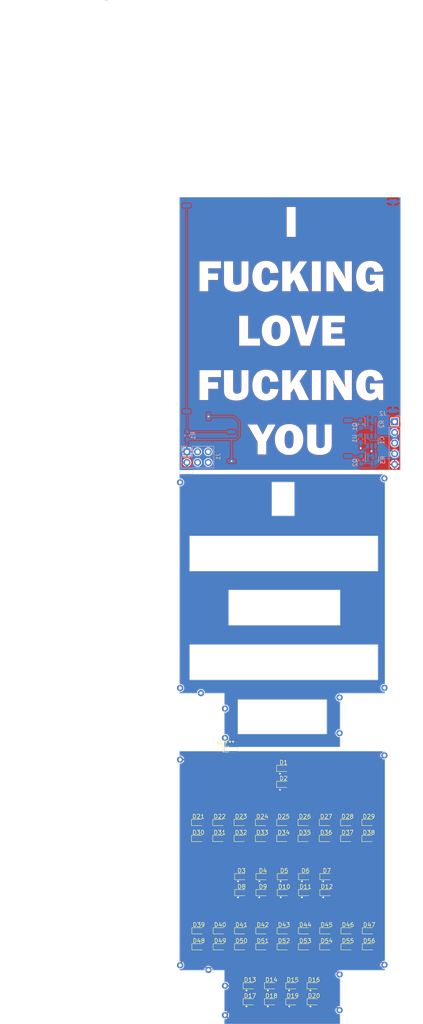
<source format=kicad_pcb>
(kicad_pcb (version 20211014) (generator pcbnew)
  (layers (0 "F.Cu" signal) (31 "B.Cu" signal) (34 "B.Paste" user) (35 "F.Paste" user) (36 "B.SilkS" user "B.Silkscreen") (37 "F.SilkS" user "F.Silkscreen") (38 "B.Mask" user) (39 "F.Mask" user) (44 "Edge.Cuts" user))
  (net 0 "")
  (net 1 "GND")
  (net 2 "Net-(D1-Pad2)")
  (net 3 "Net-(D21-Pad1)")
  (net 4 "VDD")
  (net 5 "Net-(D39-Pad1)")
  (net 10 "Net-(J2-Pad2)")
  (net 11 "Net-(J2-Pad3)")
  (net 12 "Net-(J2-Pad4)")
  (net 13 "Net-(Q1-Pad3)")
  (net 14 "Net-(Q2-Pad2)")
  (net 15 "Net-(Q2-Pad3)")
  (footprint "LED_SMD:LED_0603_1608Metric_Pad1.05x0.95mm_HandSolder" (layer "F.Cu") (at 180.68 193.544717)
    (fp_text reference "D54")
    (fp_text value "0603 LED")
  )
  (footprint "LED_SMD:LED_0603_1608Metric_Pad1.05x0.95mm_HandSolder" (layer "F.Cu") (at 170.42 167.734717)
    (fp_text reference "D34")
    (fp_text value "0603 LED")
  )
  (footprint "TestPoint:TestPoint_THTPad_1.0x1.0mm_Drill0.5mm" (layer "F.Cu") (at 156.6 146.434717)
    (fp_text reference "REF**")
    (fp_text value "TestPoint_THTPad_1.0x1.0mm_Drill0.5mm" hide)
  )
  (footprint "" (layer "F.Cu") (at 156.45 202.834717)
    (fp_text reference "")
    (fp_text value "")
  )
  (footprint "LED_SMD:LED_0603_1608Metric_Pad1.05x0.95mm_HandSolder" (layer "F.Cu") (at 177.66 206.644717)
    (fp_text reference "D20")
    (fp_text value "0603 LED")
  )
  (footprint "LED_SMD:LED_0603_1608Metric_Pad1.05x0.95mm_HandSolder" (layer "F.Cu") (at 175.6 189.734717)
    (fp_text reference "D44")
    (fp_text value "0603 LED")
  )
  (footprint "" (layer "F.Cu") (at 156.45 209.834717)
    (fp_text reference "")
    (fp_text value "")
  )
  (footprint "LED_SMD:LED_0603_1608Metric_Pad1.05x0.95mm_HandSolder" (layer "F.Cu") (at 155.28 193.544717)
    (fp_text reference "D49")
    (fp_text value "0603 LED")
  )
  (footprint "LED_SMD:LED_0603_1608Metric_Pad1.05x0.95mm_HandSolder" (layer "F.Cu") (at 170.56 180.644717)
    (fp_text reference "D10")
    (fp_text value "0603 LED")
  )
  (footprint "" (layer "F.Cu") (at 159.2 146.434717)
    (fp_text reference "")
    (fp_text value "")
  )
  (footprint "LED_SMD:LED_0603_1608Metric_Pad1.05x0.95mm_HandSolder" (layer "F.Cu") (at 185.66 163.924717)
    (fp_text reference "D28")
    (fp_text value "0603 LED")
  )
  (footprint "LED_SMD:LED_0603_1608Metric_Pad1.05x0.95mm_HandSolder" (layer "F.Cu") (at 170.42 163.924717)
    (fp_text reference "D25")
    (fp_text value "0603 LED")
  )
  (footprint "LED_SMD:LED_0603_1608Metric_Pad1.05x0.95mm_HandSolder" (layer "F.Cu") (at 170.52 189.734717)
    (fp_text reference "D43")
    (fp_text value "0603 LED")
  )
  (footprint "" (layer "F.Cu") (at 145.75 82.884717)
    (fp_text reference "")
    (fp_text value "")
  )
  (footprint "LED_SMD:LED_0603_1608Metric_Pad1.05x0.95mm_HandSolder" (layer "F.Cu") (at 155.18 167.734717)
    (fp_text reference "D31")
    (fp_text value "0603 LED")
  )
  (footprint "" (layer "F.Cu") (at 152.5 67.184717 90)
    (fp_text reference "")
    (fp_text value "")
  )
  (footprint "LED_SMD:LED_0603_1608Metric_Pad1.05x0.95mm_HandSolder" (layer "F.Cu") (at 175.64 176.834717)
    (fp_text reference "D6")
    (fp_text value "0603 LED")
  )
  (footprint "LED_SMD:LED_0603_1608Metric_Pad1.05x0.95mm_HandSolder" (layer "F.Cu") (at 190.74 163.924717)
    (fp_text reference "D29")
    (fp_text value "0603 LED")
  )
  (footprint "LED_SMD:LED_0603_1608Metric_Pad1.05x0.95mm_HandSolder" (layer "F.Cu") (at 170.4 151.034717)
    (fp_text reference "D1")
    (fp_text value "0603 LED")
  )
  (footprint "" (layer "F.Cu") (at 158 77.834717)
    (fp_text reference "")
    (fp_text value "")
  )
  (footprint "" (layer "F.Cu") (at 145.9 80.434717)
    (fp_text reference "")
    (fp_text value "")
  )
  (footprint "" (layer "F.Cu") (at 185.8 76.634717)
    (fp_text reference "")
    (fp_text value "")
  )
  (footprint "" (layer "F.Cu") (at 145.75 131.884717)
    (fp_text reference "")
    (fp_text value "")
  )
  (footprint "LED_SMD:LED_0603_1608Metric_Pad1.05x0.95mm_HandSolder" (layer "F.Cu") (at 160.4 176.834717)
    (fp_text reference "D3")
    (fp_text value "0603 LED")
  )
  (footprint "" (layer "F.Cu") (at 196.5 65.834717)
    (fp_text reference "")
    (fp_text value "")
  )
  (footprint "LED_SMD:LED_0603_1608Metric_Pad1.05x0.95mm_HandSolder" (layer "F.Cu") (at 165.34 167.734717)
    (fp_text reference "D33")
    (fp_text value "0603 LED")
  )
  (footprint "LED_SMD:LED_0603_1608Metric_Pad1.05x0.95mm_HandSolder" (layer "F.Cu") (at 170.52 193.544717)
    (fp_text reference "D52")
    (fp_text value "0603 LED")
  )
  (footprint "" (layer "F.Cu") (at 194.45 131.834717)
    (fp_text reference "")
    (fp_text value "")
  )
  (footprint "LED_SMD:LED_0603_1608Metric_Pad1.05x0.95mm_HandSolder" (layer "F.Cu") (at 150.1 163.924717)
    (fp_text reference "D21")
    (fp_text value "0603 LED")
  )
  (footprint "LED_SMD:LED_0603_1608Metric_Pad1.05x0.95mm_HandSolder" (layer "F.Cu") (at 180.72 180.644717)
    (fp_text reference "D12")
    (fp_text value "0603 LED")
  )
  (footprint "LED_SMD:LED_0603_1608Metric_Pad1.05x0.95mm_HandSolder" (layer "F.Cu") (at 180.68 189.734717)
    (fp_text reference "D45")
    (fp_text value "0603 LED")
  )
  (footprint "LED_SMD:LED_0603_1608Metric_Pad1.05x0.95mm_HandSolder" (layer "F.Cu") (at 185.76 193.544717)
    (fp_text reference "D55")
    (fp_text value "0603 LED")
  )
  (footprint "LED_SMD:LED_0603_1608Metric_Pad1.05x0.95mm_HandSolder" (layer "F.Cu") (at 155.28 189.734717)
    (fp_text reference "D40")
    (fp_text value "0603 LED")
  )
  (footprint "" (layer "F.Cu") (at 183.75 142.634717)
    (fp_text reference "")
    (fp_text value "")
  )
  (footprint "LED_SMD:LED_0603_1608Metric_Pad1.05x0.95mm_HandSolder" (layer "F.Cu") (at 150.2 189.734717)
    (fp_text reference "D39")
    (fp_text value "0603 LED")
  )
  (footprint "" (layer "F.Cu") (at 148.5 80.434717)
    (fp_text reference "")
    (fp_text value "")
  )
  (footprint "LED_SMD:LED_0603_1608Metric_Pad1.05x0.95mm_HandSolder" (layer "F.Cu") (at 167.5 202.834717)
    (fp_text reference "D14")
    (fp_text value "0603 LED")
  )
  (footprint "LED_SMD:LED_0603_1608Metric_Pad1.05x0.95mm_HandSolder" (layer "F.Cu") (at 167.5 206.644717)
    (fp_text reference "D18")
    (fp_text value "0603 LED")
  )
  (footprint "LED_SMD:LED_0603_1608Metric_Pad1.05x0.95mm_HandSolder" (layer "F.Cu") (at 160.26 167.734717)
    (fp_text reference "D32")
    (fp_text value "0603 LED")
  )
  (footprint "LED_SMD:LED_0603_1608Metric_Pad1.05x0.95mm_HandSolder" (layer "F.Cu") (at 175.64 180.644717)
    (fp_text reference "D11")
    (fp_text value "0603 LED")
  )
  (footprint "LED_SMD:LED_0603_1608Metric_Pad1.05x0.95mm_HandSolder" (layer "F.Cu") (at 175.5 163.924717)
    (fp_text reference "D26")
    (fp_text value "0603 LED")
  )
  (footprint "LED_SMD:LED_0603_1608Metric_Pad1.05x0.95mm_HandSolder" (layer "F.Cu") (at 190.84 189.734717)
    (fp_text reference "D47")
    (fp_text value "0603 LED")
  )
  (footprint "LED_SMD:LED_0603_1608Metric_Pad1.05x0.95mm_HandSolder" (layer "F.Cu") (at 185.66 167.734717)
    (fp_text reference "D37")
    (fp_text value "0603 LED")
  )
  (footprint "LED_SMD:LED_0603_1608Metric_Pad1.05x0.95mm_HandSolder" (layer "F.Cu") (at 185.76 189.734717)
    (fp_text reference "D46")
    (fp_text value "0603 LED")
  )
  (footprint "" (layer "F.Cu") (at 183.75 200.134717)
    (fp_text reference "")
    (fp_text value "")
  )
  (footprint "LED_SMD:LED_0603_1608Metric_Pad1.05x0.95mm_HandSolder" (layer "F.Cu") (at 150.1 167.734717)
    (fp_text reference "D30")
    (fp_text value "0603 LED")
  )
  (footprint "" (layer "F.Cu") (at 185.8 68.134717)
    (fp_text reference "")
    (fp_text value "")
  )
  (footprint "LED_SMD:LED_0603_1608Metric_Pad1.05x0.95mm_HandSolder" (layer "F.Cu") (at 190.74 167.734717)
    (fp_text reference "D38")
    (fp_text value "0603 LED")
  )
  (footprint "LED_SMD:LED_0603_1608Metric_Pad1.05x0.95mm_HandSolder" (layer "F.Cu") (at 170.56 176.834717)
    (fp_text reference "D5")
    (fp_text value "0603 LED")
  )
  (footprint "LED_SMD:LED_0603_1608Metric_Pad1.05x0.95mm_HandSolder" (layer "F.Cu") (at 160.26 163.924717)
    (fp_text reference "D23")
    (fp_text value "0603 LED")
  )
  (footprint "" (layer "F.Cu") (at 157.25 146.434717)
    (fp_text reference "")
    (fp_text value "")
  )
  (footprint "" (layer "F.Cu") (at 147.3 16.934717)
    (fp_text reference "")
    (fp_text value "")
  )
  (footprint "LED_SMD:LED_0603_1608Metric_Pad1.05x0.95mm_HandSolder" (layer "F.Cu") (at 190.84 193.544717)
    (fp_text reference "D56")
    (fp_text value "0603 LED")
  )
  (footprint "" (layer "F.Cu") (at 194.45 197.834717)
    (fp_text reference "")
    (fp_text value "")
  )
  (footprint "" (layer "F.Cu") (at 194.45 147.934717)
    (fp_text reference "")
    (fp_text value "")
  )
  (footprint "" (layer "F.Cu") (at 146.55 80.434717)
    (fp_text reference "")
    (fp_text value "")
  )
  (footprint "LED_SMD:LED_0603_1608Metric_Pad1.05x0.95mm_HandSolder" (layer "F.Cu") (at 160.36 189.734717)
    (fp_text reference "D41")
    (fp_text value "0603 LED")
  )
  (footprint "" (layer "F.Cu") (at 156.45 136.784717)
    (fp_text reference "")
    (fp_text value "")
  )
  (footprint "" (layer "F.Cu") (at 147.2 80.434717)
    (fp_text reference "")
    (fp_text value "")
  )
  (footprint "LED_SMD:LED_0603_1608Metric_Pad1.05x0.95mm_HandSolder" (layer "F.Cu") (at 155.18 163.924717)
    (fp_text reference "D22")
    (fp_text value "0603 LED")
  )
  (footprint "" (layer "F.Cu") (at 145.75 197.934717)
    (fp_text reference "")
    (fp_text value "")
  )
  (footprint "LED_SMD:LED_0603_1608Metric_Pad1.05x0.95mm_HandSolder" (layer "F.Cu") (at 162.42 206.644717)
    (fp_text reference "D17")
    (fp_text value "0603 LED")
  )
  (footprint "" (layer "F.Cu") (at 152.5 199.034717)
    (fp_text reference "")
    (fp_text value "")
  )
  (footprint "" (layer "F.Cu") (at 145.75 148.934717)
    (fp_text reference "" hide)
    (fp_text value "" hide)
  )
  (footprint "LED_SMD:LED_0603_1608Metric_Pad1.05x0.95mm_HandSolder" (layer "F.Cu") (at 175.6 193.544717)
    (fp_text reference "D53")
    (fp_text value "0603 LED")
  )
  (footprint "LED_SMD:LED_0603_1608Metric_Pad1.05x0.95mm_HandSolder" (layer "F.Cu") (at 177.66 202.834717)
    (fp_text reference "D16")
    (fp_text value "0603 LED")
  )
  (footprint "LED_SMD:LED_0603_1608Metric_Pad1.05x0.95mm_HandSolder" (layer "F.Cu") (at 165.44 193.544717)
    (fp_text reference "D51")
    (fp_text value "0603 LED")
  )
  (footprint "" (layer "F.Cu") (at 157.9 146.434717)
    (fp_text reference "")
    (fp_text value "")
  )
  (footprint "LED_SMD:LED_0603_1608Metric_Pad1.05x0.95mm_HandSolder" (layer "F.Cu") (at 165.34 163.924717)
    (fp_text reference "D24")
    (fp_text value "0603 LED")
  )
  (footprint "LED_SMD:LED_0603_1608Metric_Pad1.05x0.95mm_HandSolder" (layer "F.Cu") (at 150.2 193.544717)
    (fp_text reference "D48")
    (fp_text value "0603 LED")
  )
  (footprint "LED_SMD:LED_0603_1608Metric_Pad1.05x0.95mm_HandSolder" (layer "F.Cu") (at 172.58 206.644717)
    (fp_text reference "D19")
    (fp_text value "0603 LED")
  )
  (footprint "LED_SMD:LED_0603_1608Metric_Pad1.05x0.95mm_HandSolder" (layer "F.Cu") (at 160.36 193.544717)
    (fp_text reference "D50")
    (fp_text value "0603 LED")
  )
  (footprint "" (layer "F.Cu") (at 150.7 133.084717)
    (fp_text reference "")
    (fp_text value "")
  )
  (footprint "LED_SMD:LED_0603_1608Metric_Pad1.05x0.95mm_HandSolder" (layer "F.Cu") (at 165.44 189.734717)
    (fp_text reference "D42")
    (fp_text value "0603 LED")
  )
  (footprint "LED_SMD:LED_0603_1608Metric_Pad1.05x0.95mm_HandSolder" (layer "F.Cu") (at 160.4 180.644717)
    (fp_text reference "D8")
    (fp_text value "0603 LED")
  )
  (footprint "LED_SMD:LED_0603_1608Metric_Pad1.05x0.95mm_HandSolder" (layer "F.Cu") (at 180.58 163.924717)
    (fp_text reference "D27")
    (fp_text value "0603 LED")
  )
  (footprint "" (layer "F.Cu") (at 183.75 208.634717)
    (fp_text reference "")
    (fp_text value "")
  )
  (footprint "LED_SMD:LED_0603_1608Metric_Pad1.05x0.95mm_HandSolder" (layer "F.Cu") (at 170.4 154.844717)
    (fp_text reference "D2")
    (fp_text value "0603 LED")
  )
  (footprint "LED_SMD:LED_0603_1608Metric_Pad1.05x0.95mm_HandSolder" (layer "F.Cu") (at 172.58 202.834717)
    (fp_text reference "D15")
    (fp_text value "0603 LED")
  )
  (footprint "LED_SMD:LED_0603_1608Metric_Pad1.05x0.95mm_HandSolder" (layer "F.Cu") (at 165.48 176.834717)
    (fp_text reference "D4")
    (fp_text value "0603 LED")
  )
  (footprint "" (layer "F.Cu") (at 196.5 15.934717)
    (fp_text reference "")
    (fp_text value "")
  )
  (footprint "LED_SMD:LED_0603_1608Metric_Pad1.05x0.95mm_HandSolder" (layer "F.Cu") (at 175.5 167.734717)
    (fp_text reference "D35")
    (fp_text value "0603 LED")
  )
  (footprint "LED_SMD:LED_0603_1608Metric_Pad1.05x0.95mm_HandSolder" (layer "F.Cu") (at 165.48 180.644717)
    (fp_text reference "D9")
    (fp_text value "0603 LED")
  )
  (footprint "LED_SMD:LED_0603_1608Metric_Pad1.05x0.95mm_HandSolder" (layer "F.Cu") (at 180.72 176.834717)
    (fp_text reference "D7")
    (fp_text value "0603 LED")
  )
  (footprint "LED_SMD:LED_0603_1608Metric_Pad1.05x0.95mm_HandSolder" (layer "F.Cu") (at 180.58 167.734717)
    (fp_text reference "D36")
    (fp_text value "0603 LED")
  )
  (footprint "LED_SMD:LED_0603_1608Metric_Pad1.05x0.95mm_HandSolder" (layer "F.Cu") (at 162.42 202.834717)
    (fp_text reference "D13")
    (fp_text value "0603 LED")
  )
  (footprint "" (layer "F.Cu") (at 156.45 143.784717)
    (fp_text reference "")
    (fp_text value "")
  )
  (footprint "" (layer "F.Cu") (at 183.75 134.134717)
    (fp_text reference "")
    (fp_text value "")
  )
  (footprint "" (layer "F.Cu") (at 147.85 80.434717)
    (fp_text reference "")
    (fp_text value "")
  )
  (footprint "" (layer "F.Cu") (at 158 70.834717)
    (fp_text reference "")
    (fp_text value "")
  )
  (footprint "" (layer "F.Cu") (at 158.55 146.434717)
    (fp_text reference "")
    (fp_text value "")
  )
  (footprint "" (layer "F.Cu") (at 194.45 81.934717)
    (fp_text reference "")
    (fp_text value "")
  )
  (footprint "Resistor_SMD:R_0603_1608Metric_Pad0.98x0.95mm_HandSolder" (layer "B.Cu") (at 147.4 71.734717 90)
    (fp_text reference "R1")
    (fp_text value "R_Small")
  )
  (footprint "Resistor_SMD:R_0603_1608Metric_Pad0.98x0.95mm_HandSolder" (layer "B.Cu") (at 188.9 77.534717 90)
    (fp_text reference "R3")
    (fp_text value "R_Small")
  )
  (footprint "Connector_Wire:SolderWirePad_1x01_SMD_1x2mm" (layer "B.Cu") (at 147.3 65.934717 90)
    (fp_text reference "REF**" hide)
    (fp_text value "SolderWirePad_1x01_SMD_1x2mm")
  )
  (footprint "Capacitor_SMD:C_0603_1608Metric_Pad1.08x0.95mm_HandSolder" (layer "B.Cu") (at 188.8 72.534717 90)
    (fp_text reference "C1")
    (fp_text value "C_Small")
  )
  (footprint "Package_TO_SOT_SMD:SOT-23" (layer "B.Cu") (at 191.5 77.434717 -90)
    (fp_text reference "Q2")
    (fp_text value "2N7000")
  )
  (footprint "Connector_PinHeader_2.54mm:PinHeader_1x05_P2.54mm_Vertical" (layer "B.Cu") (at 196.9 68.434717 180)
    (fp_text reference "J2")
    (fp_text value "Conn_01x05_Male")
  )
  (footprint "Package_TO_SOT_SMD:SOT-23" (layer "B.Cu") (at 191.4 69.034717 -90)
    (fp_text reference "Q1")
    (fp_text value "2N7000")
  )
  (footprint "Connector_PinHeader_2.54mm:PinHeader_2x03_P2.54mm_Vertical" (layer "B.Cu") (at 147.36 75.594717 -90)
    (fp_text reference "J1")
    (fp_text value "Conn_01x06_Female")
  )
  (footprint "Resistor_SMD:R_0603_1608Metric_Pad0.98x0.95mm_HandSolder" (layer "B.Cu") (at 188.8 69.034717 90)
    (fp_text reference "R2")
    (fp_text value "R_Small")
  )
  (footprint "Package_TO_SOT_SMD:SOT-23-6" (layer "B.Cu") (at 191.4 73.034717 -90)
    (fp_text reference "U1")
    (fp_text value "ATtiny10-TS")
  )
  (gr_curve locked (pts (xy 182.378867 37.3846) (xy 182.378867 37.3846) (xy 180.585899 37.3846) (xy 180.585899 37.3846)) (layer "F.Cu") (width 0.072))
  (gr_curve locked (pts (xy 171.726524 74.740459) (xy 172.09918 74.740459) (xy 172.366953 74.578155) (xy 172.53043 74.252959)) (layer "F.Cu") (width 0.072))
  (gr_curve locked (pts (xy 169.232188 58.885577) (xy 169.232188 58.885577) (xy 167.170274 58.996319) (xy 167.170274 58.996319)) (layer "F.Cu") (width 0.072))
  (gr_curve locked (pts (xy 171.085508 44.027373) (xy 171.716563 44.688311) (xy 172.032383 45.570733) (xy 172.032383 46.674639)) (layer "F.Cu") (width 0.072))
  (gr_curve locked (pts (xy 159.321055 61.722686) (xy 159.58707 61.722686) (xy 159.805625 61.665264) (xy 159.975547 61.551006)) (layer "F.Cu") (width 0.072))
  (gr_curve locked (pts (xy 158.40582 30.186358) (xy 158.40582 30.186358) (xy 158.40582 34.811163) (xy 158.40582 34.811163)) (layer "F.Cu") (width 0.072))
  (gr_curve locked (pts (xy 167.212461 34.637139) (xy 167.212461 34.637139) (xy 169.232188 34.758428) (xy 169.232188 34.758428)) (layer "F.Cu") (width 0.072))
  (gr_curve locked (pts (xy 154.825156 34.689873) (xy 154.825156 34.689873) (xy 152.478477 34.689873) (xy 152.478477 34.689873)) (layer "F.Cu") (width 0.072))
  (gr_curve locked (pts (xy 188.540586 57.094952) (xy 189.118906 56.361944) (xy 189.979649 55.995733) (xy 191.122227 55.995733)) (layer "F.Cu") (width 0.072))
  (gr_curve locked (pts (xy 162.07086 60.873663) (xy 162.07086 61.777178) (xy 161.8025 62.426397) (xy 161.266367 62.821905)) (layer "F.Cu") (width 0.072))
  (gr_curve locked (pts (xy 191.122227 30.075616) (xy 191.980039 30.075616) (xy 192.67086 30.293584) (xy 193.194688 30.729522)) (layer "F.Cu") (width 0.072))
  (gr_curve locked (pts (xy 182.204844 32.717608) (xy 182.32086 33.18167) (xy 182.378867 33.57542) (xy 182.378867 33.898858)) (layer "F.Cu") (width 0.072))
  (gr_curve locked (pts (xy 169.654063 46.548077) (xy 169.654063 45.296514) (xy 169.31832 44.670733) (xy 168.646836 44.670733)) (layer "F.Cu") (width 0.072))
  (gr_curve locked (pts (xy 150.326914 56.106475) (xy 150.326914 56.106475) (xy 155.531797 56.106475) (xy 155.531797 56.106475)) (layer "F.Cu") (width 0.072))
  (gr_curve locked (pts (xy 190.969297 60.799834) (xy 190.969297 60.799834) (xy 190.969297 59.270537) (xy 190.969297 59.270537)) (layer "F.Cu") (width 0.072))
  (gr_curve locked (pts (xy 172.868516 34.664678) (xy 172.868516 34.664678) (xy 172.122031 35.723467) (xy 172.122031 35.723467)) (layer "F.Cu") (width 0.072))
  (gr_curve locked (pts (xy 179.631406 50.344952) (xy 179.631406 50.344952) (xy 179.631406 43.146709) (xy 179.631406 43.146709)) (layer "F.Cu") (width 0.072))
  (gr_curve locked (pts (xy 184.941758 30.186358) (xy 184.941758 30.186358) (xy 186.74 30.186358) (xy 186.74 30.186358)) (layer "F.Cu") (width 0.072))
  (gr_curve locked (pts (xy 189.998985 33.740655) (xy 189.998985 34.573858) (xy 190.115 35.123467) (xy 190.347031 35.388897)) (layer "F.Cu") (width 0.072))
  (gr_curve locked (pts (xy 194.212461 58.505889) (xy 194.212461 58.505889) (xy 192.071445 58.716827) (xy 192.071445 58.716827)) (layer "F.Cu") (width 0.072))
  (gr_curve locked (pts (xy 168.253672 62.708819) (xy 167.696445 63.179913) (xy 167.01207 63.415459) (xy 166.199961 63.415459)) (layer "F.Cu") (width 0.072))
  (gr_curve locked (pts (xy 182.378867 33.898858) (xy 182.378867 33.898858) (xy 182.378867 37.3846) (xy 182.378867 37.3846)) (layer "F.Cu") (width 0.072))
  (gr_curve locked (pts (xy 168.364414 56.786748) (xy 168.875938 57.314092) (xy 169.165391 58.013702) (xy 169.232188 58.885577)) (layer "F.Cu") (width 0.072))
  (gr_curve locked (pts (xy 194.212461 32.585772) (xy 194.212461 32.585772) (xy 192.071445 32.796709) (xy 192.071445 32.796709)) (layer "F.Cu") (width 0.072))
  (gr_curve locked (pts (xy 168.604649 48.820928) (xy 168.977305 48.820928) (xy 169.245078 48.658038) (xy 169.408555 48.332842)) (layer "F.Cu") (width 0.072))
  (gr_curve locked (pts (xy 176.09293 56.106475) (xy 176.09293 56.106475) (xy 174.274766 58.74085) (xy 174.274766 58.74085)) (layer "F.Cu") (width 0.072))
  (gr_curve locked (pts (xy 167.212461 60.557256) (xy 167.212461 60.557256) (xy 169.232188 60.678545) (xy 169.232188 60.678545)) (layer "F.Cu") (width 0.072))
  (gr_curve locked (pts (xy 177.151719 43.146709) (xy 177.151719 43.146709) (xy 178.968125 43.146709) (xy 178.968125 43.146709)) (layer "F.Cu") (width 0.072))
  (gr_curve locked (pts (xy 192.071445 32.796709) (xy 191.965977 32.047881) (xy 191.637266 31.673467) (xy 191.085313 31.673467)) (layer "F.Cu") (width 0.072))
  (gr_curve locked (pts (xy 162.07086 34.953545) (xy 162.07086 35.857061) (xy 161.8025 36.506866) (xy 161.266367 36.902373)) (layer "F.Cu") (width 0.072))
  (gr_curve locked (pts (xy 182.378867 59.818975) (xy 182.378867 59.818975) (xy 182.378867 63.304717) (xy 182.378867 63.304717)) (layer "F.Cu") (width 0.072))
  (gr_curve locked (pts (xy 160.280235 35.243584) (xy 160.313633 35.099444) (xy 160.330625 34.818194) (xy 160.330625 34.399834)) (layer "F.Cu") (width 0.072))
  (gr_curve locked (pts (xy 186.74 30.186358) (xy 186.74 30.186358) (xy 186.74 37.3846) (xy 186.74 37.3846)) (layer "F.Cu") (width 0.072))
  (gr_curve locked (pts (xy 165.469297 61.327178) (xy 165.650352 61.608428) (xy 165.904649 61.749053) (xy 166.231602 61.749053)) (layer "F.Cu") (width 0.072))
  (gr_curve locked (pts (xy 164.174961 76.264483) (xy 164.174961 76.264483) (xy 164.174961 73.216436) (xy 164.174961 73.216436)) (layer "F.Cu") (width 0.072))
  (gr_curve locked (pts (xy 180.585899 63.304717) (xy 180.585899 63.304717) (xy 180.585899 56.106475) (xy 180.585899 56.106475)) (layer "F.Cu") (width 0.072))
  (gr_curve locked (pts (xy 177.12125 56.106475) (xy 177.12125 56.106475) (xy 179.33082 56.106475) (xy 179.33082 56.106475)) (layer "F.Cu") (width 0.072))
  (gr_curve locked (pts (xy 180.134727 74.123467) (xy 180.168125 73.979327) (xy 180.185117 73.698077) (xy 180.185117 73.279717)) (layer "F.Cu") (width 0.072))
  (gr_curve locked (pts (xy 174.199766 75.341631) (xy 173.563438 76.030694) (xy 172.742539 76.375225) (xy 171.73707 76.375225)) (layer "F.Cu") (width 0.072))
  (gr_curve locked (pts (xy 179.33082 37.3846) (xy 179.33082 37.3846) (xy 177.12125 37.3846) (xy 177.12125 37.3846)) (layer "F.Cu") (width 0.072))
  (gr_curve locked (pts (xy 185.047227 50.344952) (xy 185.047227 50.344952) (xy 179.631406 50.344952) (xy 179.631406 50.344952)) (layer "F.Cu") (width 0.072))
  (gr_curve locked (pts (xy 184.941758 37.3846) (xy 184.941758 37.3846) (xy 182.970078 34.204131) (xy 182.970078 34.204131)) (layer "F.Cu") (width 0.072))
  (gr_curve locked (pts (xy 166.231602 61.749053) (xy 166.815195 61.749053) (xy 167.142149 61.351788) (xy 167.212461 60.557256)) (layer "F.Cu") (width 0.072))
  (gr_curve locked (pts (xy 185.047227 43.146709) (xy 185.047227 43.146709) (xy 185.047227 44.807842) (xy 185.047227 44.807842)) (layer "F.Cu") (width 0.072))
  (gr_curve locked (pts (xy 181.798789 48.625811) (xy 181.798789 48.625811) (xy 185.047227 48.625811) (xy 185.047227 48.625811)) (layer "F.Cu") (width 0.072))
  (gr_curve locked (pts (xy 160.330625 30.186358) (xy 160.330625 30.186358) (xy 162.07086 30.186358) (xy 162.07086 30.186358)) (layer "F.Cu") (width 0.072))
  (gr_curve locked (pts (xy 177.12125 37.3846) (xy 177.12125 37.3846) (xy 177.12125 30.186358) (xy 177.12125 30.186358)) (layer "F.Cu") (width 0.072))
  (gr_curve locked (pts (xy 192.161094 34.879717) (xy 192.161094 34.879717) (xy 190.969297 34.879717) (xy 190.969297 34.879717)) (layer "F.Cu") (width 0.072))
  (gr_curve locked (pts (xy 170.682383 72.73128) (xy 170.682383 74.070733) (xy 171.03043 74.740459) (xy 171.726524 74.740459)) (layer "F.Cu") (width 0.072))
  (gr_curve locked (pts (xy 184.941758 32.316827) (xy 184.941758 32.316827) (xy 184.941758 30.186358) (xy 184.941758 30.186358)) (layer "F.Cu") (width 0.072))
  (gr_curve locked (pts (xy 180.585899 56.106475) (xy 180.585899 56.106475) (xy 182.67418 56.106475) (xy 182.67418 56.106475)) (layer "F.Cu") (width 0.072))
  (gr_curve locked (pts (xy 174.107188 30.186358) (xy 174.107188 30.186358) (xy 176.09293 30.186358) (xy 176.09293 30.186358)) (layer "F.Cu") (width 0.072))
  (gr_curve locked (pts (xy 161.266367 62.821905) (xy 160.730235 63.217413) (xy 160.031797 63.415459) (xy 159.170469 63.415459)) (layer "F.Cu") (width 0.072))
  (gr_curve locked (pts (xy 190.969297 59.270537) (xy 190.969297 59.270537) (xy 194.212461 59.270537) (xy 194.212461 59.270537)) (layer "F.Cu") (width 0.072))
  (gr_curve locked (pts (xy 173.329649 24.424541) (xy 173.329649 24.424541) (xy 171.120078 24.424541) (xy 171.120078 24.424541)) (layer "F.Cu") (width 0.072))
  (gr_curve locked (pts (xy 187.673399 33.888311) (xy 187.673399 32.81253) (xy 187.962266 31.908428) (xy 188.540586 31.17542)) (layer "F.Cu") (width 0.072))
  (gr_curve locked (pts (xy 182.67418 56.106475) (xy 182.67418 56.106475) (xy 184.351133 58.742608) (xy 184.351133 58.742608)) (layer "F.Cu") (width 0.072))
  (gr_curve locked (pts (xy 152.478477 31.900225) (xy 152.478477 31.900225) (xy 152.478477 33.070928) (xy 152.478477 33.070928)) (layer "F.Cu") (width 0.072))
  (gr_curve locked (pts (xy 172.122031 61.643584) (xy 172.122031 61.643584) (xy 172.122031 63.304717) (xy 172.122031 63.304717)) (layer "F.Cu") (width 0.072))
  (gr_curve locked (pts (xy 162.93043 33.846123) (xy 162.93043 32.717608) (xy 163.215195 31.807061) (xy 163.784727 31.114483)) (layer "F.Cu") (width 0.072))
  (gr_curve locked (pts (xy 180.185117 69.066241) (xy 180.185117 69.066241) (xy 181.925352 69.066241) (xy 181.925352 69.066241)) (layer "F.Cu") (width 0.072))
  (gr_curve locked (pts (xy 178.260313 69.066241) (xy 178.260313 69.066241) (xy 178.260313 73.691045) (xy 178.260313 73.691045)) (layer "F.Cu") (width 0.072))
  (gr_curve locked (pts (xy 156.984336 62.845928) (xy 156.434141 62.466241) (xy 156.159336 61.847491) (xy 156.159336 60.989678)) (layer "F.Cu") (width 0.072))
  (gr_curve locked (pts (xy 188.569883 36.522686) (xy 187.972227 35.874053) (xy 187.673399 34.995733) (xy 187.673399 33.888311)) (layer "F.Cu") (width 0.072))
  (gr_curve locked (pts (xy 187.673399 59.808428) (xy 187.673399 58.732647) (xy 187.962266 57.827959) (xy 188.540586 57.094952)) (layer "F.Cu") (width 0.072))
  (gr_curve locked (pts (xy 172.122031 59.082452) (xy 172.122031 59.082452) (xy 174.107188 56.106475) (xy 174.107188 56.106475)) (layer "F.Cu") (width 0.072))
  (gr_curve locked (pts (xy 165.432383 71.439288) (xy 165.432383 71.439288) (xy 166.641758 69.066241) (xy 166.641758 69.066241)) (layer "F.Cu") (width 0.072))
  (gr_curve locked (pts (xy 161.991758 43.146709) (xy 161.991758 43.146709) (xy 161.991758 48.57835) (xy 161.991758 48.57835)) (layer "F.Cu") (width 0.072))
  (gr_curve locked (pts (xy 184.351133 58.742608) (xy 184.685117 59.267022) (xy 184.938242 59.727569) (xy 185.110508 60.124834)) (layer "F.Cu") (width 0.072))
  (gr_curve locked (pts (xy 150.326914 63.304717) (xy 150.326914 63.304717) (xy 150.326914 56.106475) (xy 150.326914 56.106475)) (layer "F.Cu") (width 0.072))
  (gr_curve locked (pts (xy 168.646836 44.670733) (xy 167.922617 44.670733) (xy 167.560508 45.384405) (xy 167.560508 46.811748)) (layer "F.Cu") (width 0.072))
  (gr_curve locked (pts (xy 191.122227 55.995733) (xy 191.980039 55.995733) (xy 192.67086 56.213702) (xy 193.194688 56.649639)) (layer "F.Cu") (width 0.072))
  (gr_curve locked (pts (xy 170.039024 63.304717) (xy 170.039024 63.304717) (xy 170.039024 56.106475) (xy 170.039024 56.106475)) (layer "F.Cu") (width 0.072))
  (gr_curve locked (pts (xy 176.734531 50.344952) (xy 176.734531 50.344952) (xy 174.482774 50.344952) (xy 174.482774 50.344952)) (layer "F.Cu") (width 0.072))
  (gr_curve locked (pts (xy 164.828867 50.344952) (xy 164.828867 50.344952) (xy 159.782188 50.344952) (xy 159.782188 50.344952)) (layer "F.Cu") (width 0.072))
  (gr_curve locked (pts (xy 166.242149 57.630498) (xy 165.546055 57.630498) (xy 165.198008 58.330108) (xy 165.198008 59.729327)) (layer "F.Cu") (width 0.072))
  (gr_curve locked (pts (xy 166.199961 37.495342) (xy 165.222617 37.495342) (xy 164.43336 37.171905) (xy 163.832188 36.52503)) (layer "F.Cu") (width 0.072))
  (gr_curve locked (pts (xy 165.469297 35.407061) (xy 165.650352 35.688311) (xy 165.904649 35.828936) (xy 166.231602 35.828936)) (layer "F.Cu") (width 0.072))
  (gr_curve locked (pts (xy 168.253672 36.788702) (xy 167.696445 37.259795) (xy 167.01207 37.495342) (xy 166.199961 37.495342)) (layer "F.Cu") (width 0.072))
  (gr_curve locked (pts (xy 161.991758 48.57835) (xy 161.991758 48.57835) (xy 164.828867 48.57835) (xy 164.828867 48.57835)) (layer "F.Cu") (width 0.072))
  (gr_curve locked (pts (xy 152.478477 63.304717) (xy 152.478477 63.304717) (xy 150.326914 63.304717) (xy 150.326914 63.304717)) (layer "F.Cu") (width 0.072))
  (gr_curve locked (pts (xy 155.531797 57.820342) (xy 155.531797 57.820342) (xy 152.478477 57.820342) (xy 152.478477 57.820342)) (layer "F.Cu") (width 0.072))
  (gr_curve locked (pts (xy 171.120078 17.226299) (xy 171.120078 17.226299) (xy 173.329649 17.226299) (xy 173.329649 17.226299)) (layer "F.Cu") (width 0.072))
  (gr_curve locked (pts (xy 172.122031 63.304717) (xy 172.122031 63.304717) (xy 170.039024 63.304717) (xy 170.039024 63.304717)) (layer "F.Cu") (width 0.072))
  (gr_curve locked (pts (xy 185.047227 44.807842) (xy 185.047227 44.807842) (xy 181.798789 44.807842) (xy 181.798789 44.807842)) (layer "F.Cu") (width 0.072))
  (gr_curve locked (pts (xy 152.478477 37.3846) (xy 152.478477 37.3846) (xy 150.326914 37.3846) (xy 150.326914 37.3846)) (layer "F.Cu") (width 0.072))
  (gr_curve locked (pts (xy 179.33082 63.304717) (xy 179.33082 63.304717) (xy 177.12125 63.304717) (xy 177.12125 63.304717)) (layer "F.Cu") (width 0.072))
  (gr_curve locked (pts (xy 152.478477 60.609991) (xy 152.478477 60.609991) (xy 152.478477 63.304717) (xy 152.478477 63.304717)) (layer "F.Cu") (width 0.072))
  (gr_curve locked (pts (xy 152.478477 34.689873) (xy 152.478477 34.689873) (xy 152.478477 37.3846) (xy 152.478477 37.3846)) (layer "F.Cu") (width 0.072))
  (gr_curve locked (pts (xy 172.122031 30.186358) (xy 172.122031 30.186358) (xy 172.122031 33.16292) (xy 172.122031 33.16292)) (layer "F.Cu") (width 0.072))
  (gr_curve locked (pts (xy 168.364414 30.866631) (xy 168.875938 31.393975) (xy 169.165391 32.093584) (xy 169.232188 32.965459)) (layer "F.Cu") (width 0.072))
  (gr_curve locked (pts (xy 179.33082 56.106475) (xy 179.33082 56.106475) (xy 179.33082 63.304717) (xy 179.33082 63.304717)) (layer "F.Cu") (width 0.072))
  (gr_curve locked (pts (xy 194.212461 63.304717) (xy 194.212461 63.304717) (xy 193.131406 63.304717) (xy 193.131406 63.304717)) (layer "F.Cu") (width 0.072))
  (gr_curve locked (pts (xy 171.077891 49.4221) (xy 170.441563 50.111163) (xy 169.620664 50.455694) (xy 168.615195 50.455694)) (layer "F.Cu") (width 0.072))
  (gr_curve locked (pts (xy 168.304063 72.673272) (xy 168.304063 71.597491) (xy 168.60875 70.709209) (xy 169.218711 70.007842)) (layer "F.Cu") (width 0.072))
  (gr_curve locked (pts (xy 182.378867 63.304717) (xy 182.378867 63.304717) (xy 180.585899 63.304717) (xy 180.585899 63.304717)) (layer "F.Cu") (width 0.072))
  (gr_curve locked (pts (xy 184.941758 58.236944) (xy 184.941758 58.236944) (xy 184.941758 56.106475) (xy 184.941758 56.106475)) (layer "F.Cu") (width 0.072))
  (gr_curve locked (pts (xy 166.096836 44.087725) (xy 166.706797 43.386358) (xy 167.553477 43.035967) (xy 168.636289 43.035967)) (layer "F.Cu") (width 0.072))
  (gr_curve locked (pts (xy 164.174961 73.216436) (xy 164.174961 73.216436) (xy 161.753281 69.066241) (xy 161.753281 69.066241)) (layer "F.Cu") (width 0.072))
  (gr_curve locked (pts (xy 158.623789 61.485381) (xy 158.769102 61.643584) (xy 159.001719 61.722686) (xy 159.321055 61.722686)) (layer "F.Cu") (width 0.072))
  (gr_curve locked (pts (xy 191.085313 31.673467) (xy 190.361094 31.673467) (xy 189.998985 32.36253) (xy 189.998985 33.740655)) (layer "F.Cu") (width 0.072))
  (gr_curve locked (pts (xy 169.260899 75.367998) (xy 168.622813 74.696514) (xy 168.304063 73.798272) (xy 168.304063 72.673272)) (layer "F.Cu") (width 0.072))
  (gr_curve locked (pts (xy 172.122031 37.3846) (xy 172.122031 37.3846) (xy 170.039024 37.3846) (xy 170.039024 37.3846)) (layer "F.Cu") (width 0.072))
  (gr_curve locked (pts (xy 161.753281 69.066241) (xy 161.753281 69.066241) (xy 164.17086 69.066241) (xy 164.17086 69.066241)) (layer "F.Cu") (width 0.072))
  (gr_curve locked (pts (xy 192.161094 60.799834) (xy 192.161094 60.799834) (xy 190.969297 60.799834) (xy 190.969297 60.799834)) (layer "F.Cu") (width 0.072))
  (gr_curve locked (pts (xy 167.560508 46.811748) (xy 167.560508 48.151202) (xy 167.908555 48.820928) (xy 168.604649 48.820928)) (layer "F.Cu") (width 0.072))
  (gr_curve locked (pts (xy 172.147227 43.146709) (xy 172.147227 43.146709) (xy 174.475156 43.146709) (xy 174.475156 43.146709)) (layer "F.Cu") (width 0.072))
  (gr_curve locked (pts (xy 182.970078 34.204131) (xy 182.717539 33.796319) (xy 182.46207 33.301202) (xy 182.204844 32.717608)) (layer "F.Cu") (width 0.072))
  (gr_curve locked (pts (xy 173.329649 17.226299) (xy 173.329649 17.226299) (xy 173.329649 24.424541) (xy 173.329649 24.424541)) (layer "F.Cu") (width 0.072))
  (gr_curve locked (pts (xy 190.858555 37.495342) (xy 189.93043 37.495342) (xy 189.167539 37.171319) (xy 188.569883 36.522686)) (layer "F.Cu") (width 0.072))
  (gr_curve locked (pts (xy 169.218711 70.007842) (xy 169.828672 69.306475) (xy 170.675352 68.955498) (xy 171.758164 68.955498)) (layer "F.Cu") (width 0.072))
  (gr_curve locked (pts (xy 179.33082 30.186358) (xy 179.33082 30.186358) (xy 179.33082 37.3846) (xy 179.33082 37.3846)) (layer "F.Cu") (width 0.072))
  (gr_curve locked (pts (xy 161.266367 36.902373) (xy 160.730235 37.297881) (xy 160.031797 37.495342) (xy 159.170469 37.495342)) (layer "F.Cu") (width 0.072))
  (gr_curve locked (pts (xy 184.424961 47.449834) (xy 184.424961 47.449834) (xy 181.798789 47.449834) (xy 181.798789 47.449834)) (layer "F.Cu") (width 0.072))
  (gr_curve locked (pts (xy 176.013828 73.949444) (xy 176.013828 73.949444) (xy 176.013828 69.066241) (xy 176.013828 69.066241)) (layer "F.Cu") (width 0.072))
  (gr_curve locked (pts (xy 162.07086 56.106475) (xy 162.07086 56.106475) (xy 162.07086 60.873663) (xy 162.07086 60.873663)) (layer "F.Cu") (width 0.072))
  (gr_curve locked (pts (xy 155.531797 30.186358) (xy 155.531797 30.186358) (xy 155.531797 31.900225) (xy 155.531797 31.900225)) (layer "F.Cu") (width 0.072))
  (gr_curve locked (pts (xy 172.122031 33.16292) (xy 172.122031 33.16292) (xy 174.107188 30.186358) (xy 174.107188 30.186358)) (layer "F.Cu") (width 0.072))
  (gr_curve locked (pts (xy 181.798789 45.851983) (xy 181.798789 45.851983) (xy 184.424961 45.851983) (xy 184.424961 45.851983)) (layer "F.Cu") (width 0.072))
  (gr_curve locked (pts (xy 152.478477 57.820342) (xy 152.478477 57.820342) (xy 152.478477 58.991045) (xy 152.478477 58.991045)) (layer "F.Cu") (width 0.072))
  (gr_curve locked (pts (xy 194.212461 33.35042) (xy 194.212461 33.35042) (xy 194.212461 37.3846) (xy 194.212461 37.3846)) (layer "F.Cu") (width 0.072))
  (gr_curve locked (pts (xy 186.74 63.304717) (xy 186.74 63.304717) (xy 184.941758 63.304717) (xy 184.941758 63.304717)) (layer "F.Cu") (width 0.072))
  (gr_curve locked (pts (xy 169.408555 48.332842) (xy 169.572031 48.007647) (xy 169.654063 47.41292) (xy 169.654063 46.548077)) (layer "F.Cu") (width 0.072))
  (gr_curve locked (pts (xy 192.071445 58.716827) (xy 191.965977 57.967998) (xy 191.637266 57.593584) (xy 191.085313 57.593584)) (layer "F.Cu") (width 0.072))
  (gr_curve locked (pts (xy 176.530625 63.304717) (xy 176.530625 63.304717) (xy 174.113047 63.304717) (xy 174.113047 63.304717)) (layer "F.Cu") (width 0.072))
  (gr_curve locked (pts (xy 169.232188 60.678545) (xy 169.137266 61.560967) (xy 168.810899 62.237725) (xy 168.253672 62.708819)) (layer "F.Cu") (width 0.072))
  (gr_curve locked (pts (xy 165.182188 46.753741) (xy 165.182188 45.677959) (xy 165.486875 44.789092) (xy 166.096836 44.087725)) (layer "F.Cu") (width 0.072))
  (gr_curve locked (pts (xy 159.321055 35.802569) (xy 159.58707 35.802569) (xy 159.805625 35.745733) (xy 159.975547 35.631475)) (layer "F.Cu") (width 0.072))
  (gr_curve locked (pts (xy 166.32125 76.264483) (xy 166.32125 76.264483) (xy 164.174961 76.264483) (xy 164.174961 76.264483)) (layer "F.Cu") (width 0.072))
  (gr_curve locked (pts (xy 181.798789 47.449834) (xy 181.798789 47.449834) (xy 181.798789 48.625811) (xy 181.798789 48.625811)) (layer "F.Cu") (width 0.072))
  (gr_curve locked (pts (xy 158.623789 35.565264) (xy 158.769102 35.723467) (xy 159.001719 35.802569) (xy 159.321055 35.802569)) (layer "F.Cu") (width 0.072))
  (gr_curve locked (pts (xy 163.832188 36.52503) (xy 163.231016 35.878155) (xy 162.93043 34.985186) (xy 162.93043 33.846123)) (layer "F.Cu") (width 0.072))
  (gr_curve locked (pts (xy 170.039024 30.186358) (xy 170.039024 30.186358) (xy 172.122031 30.186358) (xy 172.122031 30.186358)) (layer "F.Cu") (width 0.072))
  (gr_curve locked (pts (xy 163.784727 57.0346) (xy 164.354258 56.342022) (xy 165.148789 55.995733) (xy 166.16832 55.995733)) (layer "F.Cu") (width 0.072))
  (gr_curve locked (pts (xy 159.975547 61.551006) (xy 160.145469 61.436748) (xy 160.247422 61.307842) (xy 160.280235 61.163702)) (layer "F.Cu") (width 0.072))
  (gr_curve locked (pts (xy 172.775938 72.467608) (xy 172.775938 71.216045) (xy 172.440195 70.590264) (xy 171.768711 70.590264)) (layer "F.Cu") (width 0.072))
  (gr_curve locked (pts (xy 179.175547 74.682452) (xy 179.441563 74.682452) (xy 179.660117 74.625616) (xy 179.830039 74.511358)) (layer "F.Cu") (width 0.072))
  (gr_curve locked (pts (xy 192.841367 62.550616) (xy 192.394883 63.127178) (xy 191.733945 63.415459) (xy 190.858555 63.415459)) (layer "F.Cu") (width 0.072))
  (gr_curve locked (pts (xy 170.039024 37.3846) (xy 170.039024 37.3846) (xy 170.039024 30.186358) (xy 170.039024 30.186358)) (layer "F.Cu") (width 0.072))
  (gr_curve locked (pts (xy 152.478477 33.070928) (xy 152.478477 33.070928) (xy 154.825156 33.070928) (xy 154.825156 33.070928)) (layer "F.Cu") (width 0.072))
  (gr_curve locked (pts (xy 190.347031 61.308428) (xy 190.579063 61.573858) (xy 190.860313 61.706866) (xy 191.190781 61.706866)) (layer "F.Cu") (width 0.072))
  (gr_curve locked (pts (xy 193.131406 63.304717) (xy 193.043516 63.005889) (xy 192.946836 62.754522) (xy 192.841367 62.550616)) (layer "F.Cu") (width 0.072))
  (gr_curve locked (pts (xy 165.198008 59.729327) (xy 165.198008 60.513311) (xy 165.288242 61.045928) (xy 165.469297 61.327178)) (layer "F.Cu") (width 0.072))
  (gr_curve locked (pts (xy 171.758164 68.955498) (xy 172.760117 68.955498) (xy 173.576328 69.285967) (xy 174.207383 69.946905)) (layer "F.Cu") (width 0.072))
  (gr_curve locked (pts (xy 182.970078 60.124248) (xy 182.717539 59.716436) (xy 182.46207 59.220733) (xy 182.204844 58.637725)) (layer "F.Cu") (width 0.072))
  (gr_curve locked (pts (xy 190.347031 35.388897) (xy 190.579063 35.654327) (xy 190.860313 35.786748) (xy 191.190781 35.786748)) (layer "F.Cu") (width 0.072))
  (gr_curve locked (pts (xy 174.113047 37.3846) (xy 174.113047 37.3846) (xy 172.868516 34.664678) (xy 172.868516 34.664678)) (layer "F.Cu") (width 0.072))
  (gr_curve locked (pts (xy 159.782188 50.344952) (xy 159.782188 50.344952) (xy 159.782188 43.146709) (xy 159.782188 43.146709)) (layer "F.Cu") (width 0.072))
  (gr_curve locked (pts (xy 191.085313 57.593584) (xy 190.361094 57.593584) (xy 189.998985 58.282647) (xy 189.998985 59.660772)) (layer "F.Cu") (width 0.072))
  (gr_curve locked (pts (xy 186.74 56.106475) (xy 186.74 56.106475) (xy 186.74 63.304717) (xy 186.74 63.304717)) (layer "F.Cu") (width 0.072))
  (gr_curve locked (pts (xy 159.170469 63.415459) (xy 158.263438 63.415459) (xy 157.534531 63.225616) (xy 156.984336 62.845928)) (layer "F.Cu") (width 0.072))
  (gr_curve locked (pts (xy 181.798789 44.807842) (xy 181.798789 44.807842) (xy 181.798789 45.851983) (xy 181.798789 45.851983)) (layer "F.Cu") (width 0.072))
  (gr_curve locked (pts (xy 188.569883 62.442217) (xy 187.972227 61.793584) (xy 187.673399 60.91585) (xy 187.673399 59.808428)) (layer "F.Cu") (width 0.072))
  (gr_curve locked (pts (xy 175.821055 47.755694) (xy 175.821055 47.755694) (xy 177.151719 43.146709) (xy 177.151719 43.146709)) (layer "F.Cu") (width 0.072))
  (gr_curve locked (pts (xy 164.17086 69.066241) (xy 164.17086 69.066241) (xy 165.432383 71.439288) (xy 165.432383 71.439288)) (layer "F.Cu") (width 0.072))
  (gr_curve locked (pts (xy 164.828867 48.57835) (xy 164.828867 48.57835) (xy 164.828867 50.344952) (xy 164.828867 50.344952)) (layer "F.Cu") (width 0.072))
  (gr_curve locked (pts (xy 178.260313 73.691045) (xy 178.260313 74.035577) (xy 178.332969 74.286944) (xy 178.478281 74.445147)) (layer "F.Cu") (width 0.072))
  (gr_curve locked (pts (xy 166.893125 32.032061) (xy 166.708555 31.817608) (xy 166.491758 31.710381) (xy 166.242149 31.710381)) (layer "F.Cu") (width 0.072))
  (gr_curve locked (pts (xy 166.893125 57.952178) (xy 166.708555 57.737725) (xy 166.491758 57.630498) (xy 166.242149 57.630498)) (layer "F.Cu") (width 0.072))
  (gr_curve locked (pts (xy 174.107188 56.106475) (xy 174.107188 56.106475) (xy 176.09293 56.106475) (xy 176.09293 56.106475)) (layer "F.Cu") (width 0.072))
  (gr_curve locked (pts (xy 180.585899 30.186358) (xy 180.585899 30.186358) (xy 182.67418 30.186358) (xy 182.67418 30.186358)) (layer "F.Cu") (width 0.072))
  (gr_curve locked (pts (xy 154.825156 33.070928) (xy 154.825156 33.070928) (xy 154.825156 34.689873) (xy 154.825156 34.689873)) (layer "F.Cu") (width 0.072))
  (gr_curve locked (pts (xy 156.984336 36.925811) (xy 156.434141 36.546123) (xy 156.159336 35.927373) (xy 156.159336 35.069561)) (layer "F.Cu") (width 0.072))
  (gr_curve locked (pts (xy 166.139024 49.448467) (xy 165.500938 48.776983) (xy 165.182188 47.878741) (xy 165.182188 46.753741)) (layer "F.Cu") (width 0.072))
  (gr_curve locked (pts (xy 156.159336 56.106475) (xy 156.159336 56.106475) (xy 158.40582 56.106475) (xy 158.40582 56.106475)) (layer "F.Cu") (width 0.072))
  (gr_curve locked (pts (xy 166.641758 69.066241) (xy 166.641758 69.066241) (xy 168.57418 69.066241) (xy 168.57418 69.066241)) (layer "F.Cu") (width 0.072))
  (gr_curve locked (pts (xy 167.170274 33.076202) (xy 167.170274 32.594561) (xy 167.077695 32.246514) (xy 166.893125 32.032061)) (layer "F.Cu") (width 0.072))
  (gr_curve locked (pts (xy 160.330625 60.319952) (xy 160.330625 60.319952) (xy 160.330625 56.106475) (xy 160.330625 56.106475)) (layer "F.Cu") (width 0.072))
  (gr_curve locked (pts (xy 162.07086 30.186358) (xy 162.07086 30.186358) (xy 162.07086 34.953545) (xy 162.07086 34.953545)) (layer "F.Cu") (width 0.072))
  (gr_curve locked (pts (xy 181.925352 69.066241) (xy 181.925352 69.066241) (xy 181.925352 73.833428) (xy 181.925352 73.833428)) (layer "F.Cu") (width 0.072))
  (gr_curve locked (pts (xy 159.782188 43.146709) (xy 159.782188 43.146709) (xy 161.991758 43.146709) (xy 161.991758 43.146709)) (layer "F.Cu") (width 0.072))
  (gr_curve locked (pts (xy 152.478477 58.991045) (xy 152.478477 58.991045) (xy 154.825156 58.991045) (xy 154.825156 58.991045)) (layer "F.Cu") (width 0.072))
  (gr_curve locked (pts (xy 191.190781 61.706866) (xy 191.457969 61.706866) (xy 191.685313 61.626006) (xy 191.873399 61.464288)) (layer "F.Cu") (width 0.072))
  (gr_curve locked (pts (xy 191.873399 35.54417) (xy 192.061485 35.382452) (xy 192.157578 35.160967) (xy 192.161094 34.879717)) (layer "F.Cu") (width 0.072))
  (gr_curve locked (pts (xy 171.768711 70.590264) (xy 171.044492 70.590264) (xy 170.682383 71.303936) (xy 170.682383 72.73128)) (layer "F.Cu") (width 0.072))
  (gr_curve locked (pts (xy 185.110508 60.124834) (xy 184.998008 59.5096) (xy 184.941758 58.880303) (xy 184.941758 58.236944)) (layer "F.Cu") (width 0.072))
  (gr_curve locked (pts (xy 177.12125 63.304717) (xy 177.12125 63.304717) (xy 177.12125 56.106475) (xy 177.12125 56.106475)) (layer "F.Cu") (width 0.072))
  (gr_curve locked (pts (xy 172.032383 46.674639) (xy 172.032383 47.817217) (xy 171.714219 48.733037) (xy 171.077891 49.4221)) (layer "F.Cu") (width 0.072))
  (gr_curve locked (pts (xy 176.09293 30.186358) (xy 176.09293 30.186358) (xy 174.274766 32.820733) (xy 174.274766 32.820733)) (layer "F.Cu") (width 0.072))
  (gr_curve locked (pts (xy 162.93043 59.766241) (xy 162.93043 58.637725) (xy 163.215195 57.727178) (xy 163.784727 57.0346)) (layer "F.Cu") (width 0.072))
  (gr_curve locked (pts (xy 177.12125 30.186358) (xy 177.12125 30.186358) (xy 179.33082 30.186358) (xy 179.33082 30.186358)) (layer "F.Cu") (width 0.072))
  (gr_curve locked (pts (xy 158.40582 60.73128) (xy 158.40582 61.075811) (xy 158.478477 61.327178) (xy 158.623789 61.485381)) (layer "F.Cu") (width 0.072))
  (gr_curve locked (pts (xy 190.969297 33.35042) (xy 190.969297 33.35042) (xy 194.212461 33.35042) (xy 194.212461 33.35042)) (layer "F.Cu") (width 0.072))
  (gr_curve locked (pts (xy 163.832188 62.445147) (xy 163.231016 61.798272) (xy 162.93043 60.905303) (xy 162.93043 59.766241)) (layer "F.Cu") (width 0.072))
  (gr_curve locked (pts (xy 175.154258 72.59417) (xy 175.154258 73.736748) (xy 174.836094 74.652569) (xy 174.199766 75.341631)) (layer "F.Cu") (width 0.072))
  (gr_curve locked (pts (xy 168.615195 50.455694) (xy 167.602695 50.455694) (xy 166.77711 50.119952) (xy 166.139024 49.448467)) (layer "F.Cu") (width 0.072))
  (gr_curve locked (pts (xy 168.636289 43.035967) (xy 169.638242 43.035967) (xy 170.454453 43.366436) (xy 171.085508 44.027373)) (layer "F.Cu") (width 0.072))
  (gr_curve locked (pts (xy 190.858555 63.415459) (xy 189.93043 63.415459) (xy 189.167539 63.09085) (xy 188.569883 62.442217)) (layer "F.Cu") (width 0.072))
  (gr_curve locked (pts (xy 172.868516 60.584209) (xy 172.868516 60.584209) (xy 172.122031 61.643584) (xy 172.122031 61.643584)) (layer "F.Cu") (width 0.072))
  (gr_curve locked (pts (xy 160.280235 61.163702) (xy 160.313633 61.019561) (xy 160.330625 60.738311) (xy 160.330625 60.319952)) (layer "F.Cu") (width 0.072))
  (gr_curve locked (pts (xy 150.326914 37.3846) (xy 150.326914 37.3846) (xy 150.326914 30.186358) (xy 150.326914 30.186358)) (layer "F.Cu") (width 0.072))
  (gr_curve locked (pts (xy 175.614805 47.070147) (xy 175.692149 47.302178) (xy 175.761289 47.530694) (xy 175.821055 47.755694)) (layer "F.Cu") (width 0.072))
  (gr_curve locked (pts (xy 169.232188 32.965459) (xy 169.232188 32.965459) (xy 167.170274 33.076202) (xy 167.170274 33.076202)) (layer "F.Cu") (width 0.072))
  (gr_curve locked (pts (xy 193.194688 30.729522) (xy 193.718516 31.165459) (xy 194.057774 31.784209) (xy 194.212461 32.585772)) (layer "F.Cu") (width 0.072))
  (gr_curve locked (pts (xy 186.74 37.3846) (xy 186.74 37.3846) (xy 184.941758 37.3846) (xy 184.941758 37.3846)) (layer "F.Cu") (width 0.072))
  (gr_curve locked (pts (xy 192.841367 36.630498) (xy 192.394883 37.207061) (xy 191.733945 37.495342) (xy 190.858555 37.495342)) (layer "F.Cu") (width 0.072))
  (gr_curve locked (pts (xy 182.67418 30.186358) (xy 182.67418 30.186358) (xy 184.351133 32.823077) (xy 184.351133 32.823077)) (layer "F.Cu") (width 0.072))
  (gr_curve locked (pts (xy 166.16832 30.075616) (xy 167.121055 30.075616) (xy 167.852891 30.339287) (xy 168.364414 30.866631)) (layer "F.Cu") (width 0.072))
  (gr_curve locked (pts (xy 184.351133 32.823077) (xy 184.685117 33.346905) (xy 184.938242 33.807452) (xy 185.110508 34.204717)) (layer "F.Cu") (width 0.072))
  (gr_curve locked (pts (xy 163.784727 31.114483) (xy 164.354258 30.421905) (xy 165.148789 30.075616) (xy 166.16832 30.075616)) (layer "F.Cu") (width 0.072))
  (gr_curve locked (pts (xy 158.40582 56.106475) (xy 158.40582 56.106475) (xy 158.40582 60.73128) (xy 158.40582 60.73128)) (layer "F.Cu") (width 0.072))
  (gr_curve locked (pts (xy 174.207383 69.946905) (xy 174.838438 70.607842) (xy 175.154258 71.490264) (xy 175.154258 72.59417)) (layer "F.Cu") (width 0.072))
  (gr_curve locked (pts (xy 180.185117 73.279717) (xy 180.185117 73.279717) (xy 180.185117 69.066241) (xy 180.185117 69.066241)) (layer "F.Cu") (width 0.072))
  (gr_curve locked (pts (xy 160.330625 34.399834) (xy 160.330625 34.399834) (xy 160.330625 30.186358) (xy 160.330625 30.186358)) (layer "F.Cu") (width 0.072))
  (gr_curve locked (pts (xy 156.159336 30.186358) (xy 156.159336 30.186358) (xy 158.40582 30.186358) (xy 158.40582 30.186358)) (layer "F.Cu") (width 0.072))
  (gr_curve locked (pts (xy 189.998985 59.660772) (xy 189.998985 60.493975) (xy 190.115 61.042998) (xy 190.347031 61.308428)) (layer "F.Cu") (width 0.072))
  (gr_curve locked (pts (xy 185.110508 34.204717) (xy 184.998008 33.589483) (xy 184.941758 32.960186) (xy 184.941758 32.316827)) (layer "F.Cu") (width 0.072))
  (gr_curve locked (pts (xy 166.16832 55.995733) (xy 167.121055 55.995733) (xy 167.852891 56.259405) (xy 168.364414 56.786748)) (layer "F.Cu") (width 0.072))
  (gr_curve locked (pts (xy 174.274766 32.820733) (xy 174.274766 32.820733) (xy 176.530625 37.3846) (xy 176.530625 37.3846)) (layer "F.Cu") (width 0.072))
  (gr_curve locked (pts (xy 171.120078 24.424541) (xy 171.120078 24.424541) (xy 171.120078 17.226299) (xy 171.120078 17.226299)) (layer "F.Cu") (width 0.072))
  (gr_curve locked (pts (xy 184.941758 56.106475) (xy 184.941758 56.106475) (xy 186.74 56.106475) (xy 186.74 56.106475)) (layer "F.Cu") (width 0.072))
  (gr_curve locked (pts (xy 159.975547 35.631475) (xy 160.145469 35.517217) (xy 160.247422 35.387725) (xy 160.280235 35.243584)) (layer "F.Cu") (width 0.072))
  (gr_curve locked (pts (xy 185.047227 48.625811) (xy 185.047227 48.625811) (xy 185.047227 50.344952) (xy 185.047227 50.344952)) (layer "F.Cu") (width 0.072))
  (gr_curve locked (pts (xy 166.32125 73.216436) (xy 166.32125 73.216436) (xy 166.32125 76.264483) (xy 166.32125 76.264483)) (layer "F.Cu") (width 0.072))
  (gr_curve locked (pts (xy 172.53043 74.252959) (xy 172.693906 73.927764) (xy 172.775938 73.332452) (xy 172.775938 72.467608)) (layer "F.Cu") (width 0.072))
  (gr_curve locked (pts (xy 188.540586 31.17542) (xy 189.118906 30.442412) (xy 189.979649 30.075616) (xy 191.122227 30.075616)) (layer "F.Cu") (width 0.072))
  (gr_curve locked (pts (xy 174.274766 58.74085) (xy 174.274766 58.74085) (xy 176.530625 63.304717) (xy 176.530625 63.304717)) (layer "F.Cu") (width 0.072))
  (gr_curve locked (pts (xy 154.825156 58.991045) (xy 154.825156 58.991045) (xy 154.825156 60.609991) (xy 154.825156 60.609991)) (layer "F.Cu") (width 0.072))
  (gr_curve locked (pts (xy 154.825156 60.609991) (xy 154.825156 60.609991) (xy 152.478477 60.609991) (xy 152.478477 60.609991)) (layer "F.Cu") (width 0.072))
  (gr_curve locked (pts (xy 176.530625 37.3846) (xy 176.530625 37.3846) (xy 174.113047 37.3846) (xy 174.113047 37.3846)) (layer "F.Cu") (width 0.072))
  (gr_curve locked (pts (xy 179.830039 74.511358) (xy 179.999961 74.3971) (xy 180.101914 74.267608) (xy 180.134727 74.123467)) (layer "F.Cu") (width 0.072))
  (gr_curve locked (pts (xy 172.122031 56.106475) (xy 172.122031 56.106475) (xy 172.122031 59.082452) (xy 172.122031 59.082452)) (layer "F.Cu") (width 0.072))
  (gr_curve locked (pts (xy 190.969297 34.879717) (xy 190.969297 34.879717) (xy 190.969297 33.35042) (xy 190.969297 33.35042)) (layer "F.Cu") (width 0.072))
  (gr_curve locked (pts (xy 181.12086 75.782256) (xy 180.584727 76.177764) (xy 179.886289 76.375225) (xy 179.024961 76.375225)) (layer "F.Cu") (width 0.072))
  (gr_curve locked (pts (xy 159.170469 37.495342) (xy 158.263438 37.495342) (xy 157.534531 37.305498) (xy 156.984336 36.925811)) (layer "F.Cu") (width 0.072))
  (gr_curve locked (pts (xy 176.838828 75.805694) (xy 176.288633 75.426006) (xy 176.013828 74.807256) (xy 176.013828 73.949444)) (layer "F.Cu") (width 0.072))
  (gr_curve locked (pts (xy 179.631406 43.146709) (xy 179.631406 43.146709) (xy 185.047227 43.146709) (xy 185.047227 43.146709)) (layer "F.Cu") (width 0.072))
  (gr_curve locked (pts (xy 169.232188 34.758428) (xy 169.137266 35.64085) (xy 168.810899 36.317608) (xy 168.253672 36.788702)) (layer "F.Cu") (width 0.072))
  (gr_curve locked (pts (xy 174.482774 50.344952) (xy 174.482774 50.344952) (xy 172.147227 43.146709) (xy 172.147227 43.146709)) (layer "F.Cu") (width 0.072))
  (gr_curve locked (pts (xy 170.039024 56.106475) (xy 170.039024 56.106475) (xy 172.122031 56.106475) (xy 172.122031 56.106475)) (layer "F.Cu") (width 0.072))
  (gr_curve locked (pts (xy 160.330625 56.106475) (xy 160.330625 56.106475) (xy 162.07086 56.106475) (xy 162.07086 56.106475)) (layer "F.Cu") (width 0.072))
  (gr_curve locked (pts (xy 184.941758 63.304717) (xy 184.941758 63.304717) (xy 182.970078 60.124248) (xy 182.970078 60.124248)) (layer "F.Cu") (width 0.072))
  (gr_curve locked (pts (xy 193.194688 56.649639) (xy 193.718516 57.085577) (xy 194.057774 57.704327) (xy 194.212461 58.505889)) (layer "F.Cu") (width 0.072))
  (gr_curve locked (pts (xy 167.170274 58.996319) (xy 167.170274 58.514678) (xy 167.077695 58.166631) (xy 166.893125 57.952178)) (layer "F.Cu") (width 0.072))
  (gr_curve locked (pts (xy 165.198008 33.809209) (xy 165.198008 34.593194) (xy 165.288242 35.125811) (xy 165.469297 35.407061)) (layer "F.Cu") (width 0.072))
  (gr_curve locked (pts (xy 179.024961 76.375225) (xy 178.11793 76.375225) (xy 177.389024 76.185381) (xy 176.838828 75.805694)) (layer "F.Cu") (width 0.072))
  (gr_curve locked (pts (xy 178.478281 74.445147) (xy 178.623594 74.60335) (xy 178.856211 74.682452) (xy 179.175547 74.682452)) (layer "F.Cu") (width 0.072))
  (gr_curve locked (pts (xy 178.968125 43.146709) (xy 178.968125 43.146709) (xy 176.734531 50.344952) (xy 176.734531 50.344952)) (layer "F.Cu") (width 0.072))
  (gr_curve locked (pts (xy 166.199961 63.415459) (xy 165.222617 63.415459) (xy 164.43336 63.092022) (xy 163.832188 62.445147)) (layer "F.Cu") (width 0.072))
  (gr_curve locked (pts (xy 194.212461 59.270537) (xy 194.212461 59.270537) (xy 194.212461 63.304717) (xy 194.212461 63.304717)) (layer "F.Cu") (width 0.072))
  (gr_curve locked (pts (xy 191.873399 61.464288) (xy 192.061485 61.302569) (xy 192.157578 61.081084) (xy 192.161094 60.799834)) (layer "F.Cu") (width 0.072))
  (gr_curve locked (pts (xy 176.013828 69.066241) (xy 176.013828 69.066241) (xy 178.260313 69.066241) (xy 178.260313 69.066241)) (layer "F.Cu") (width 0.072))
  (gr_curve locked (pts (xy 171.73707 76.375225) (xy 170.72457 76.375225) (xy 169.898985 76.039483) (xy 169.260899 75.367998)) (layer "F.Cu") (width 0.072))
  (gr_curve locked (pts (xy 194.212461 37.3846) (xy 194.212461 37.3846) (xy 193.131406 37.3846) (xy 193.131406 37.3846)) (layer "F.Cu") (width 0.072))
  (gr_curve locked (pts (xy 172.122031 35.723467) (xy 172.122031 35.723467) (xy 172.122031 37.3846) (xy 172.122031 37.3846)) (layer "F.Cu") (width 0.072))
  (gr_curve locked (pts (xy 156.159336 60.989678) (xy 156.159336 60.989678) (xy 156.159336 56.106475) (xy 156.159336 56.106475)) (layer "F.Cu") (width 0.072))
  (gr_curve locked (pts (xy 174.113047 63.304717) (xy 174.113047 63.304717) (xy 172.868516 60.584209) (xy 172.868516 60.584209)) (layer "F.Cu") (width 0.072))
  (gr_curve locked (pts (xy 184.424961 45.851983) (xy 184.424961 45.851983) (xy 184.424961 47.449834) (xy 184.424961 47.449834)) (layer "F.Cu") (width 0.072))
  (gr_curve locked (pts (xy 181.925352 73.833428) (xy 181.925352 74.736944) (xy 181.657578 75.386748) (xy 181.12086 75.782256)) (layer "F.Cu") (width 0.072))
  (gr_curve locked (pts (xy 166.242149 31.710381) (xy 165.546055 31.710381) (xy 165.198008 32.409991) (xy 165.198008 33.809209)) (layer "F.Cu") (width 0.072))
  (gr_curve locked (pts (xy 174.475156 43.146709) (xy 174.475156 43.146709) (xy 175.614805 47.070147) (xy 175.614805 47.070147)) (layer "F.Cu") (width 0.072))
  (gr_curve locked (pts (xy 155.531797 31.900225) (xy 155.531797 31.900225) (xy 152.478477 31.900225) (xy 152.478477 31.900225)) (layer "F.Cu") (width 0.072))
  (gr_curve locked (pts (xy 180.585899 37.3846) (xy 180.585899 37.3846) (xy 180.585899 30.186358) (xy 180.585899 30.186358)) (layer "F.Cu") (width 0.072))
  (gr_curve locked (pts (xy 158.40582 34.811163) (xy 158.40582 35.155694) (xy 158.478477 35.407061) (xy 158.623789 35.565264)) (layer "F.Cu") (width 0.072))
  (gr_curve locked (pts (xy 166.231602 35.828936) (xy 166.815195 35.828936) (xy 167.142149 35.43167) (xy 167.212461 34.637139)) (layer "F.Cu") (width 0.072))
  (gr_curve locked (pts (xy 193.131406 37.3846) (xy 193.043516 37.085772) (xy 192.946836 36.834405) (xy 192.841367 36.630498)) (layer "F.Cu") (width 0.072))
  (gr_curve locked (pts (xy 155.531797 56.106475) (xy 155.531797 56.106475) (xy 155.531797 57.820342) (xy 155.531797 57.820342)) (layer "F.Cu") (width 0.072))
  (gr_curve locked (pts (xy 191.190781 35.786748) (xy 191.457969 35.786748) (xy 191.685313 35.705889) (xy 191.873399 35.54417)) (layer "F.Cu") (width 0.072))
  (gr_curve locked (pts (xy 168.57418 69.066241) (xy 168.57418 69.066241) (xy 166.32125 73.216436) (xy 166.32125 73.216436)) (layer "F.Cu") (width 0.072))
  (gr_curve locked (pts (xy 182.204844 58.637725) (xy 182.32086 59.101787) (xy 182.378867 59.495538) (xy 182.378867 59.818975)) (layer "F.Cu") (width 0.072))
  (gr_curve locked (pts (xy 156.159336 35.069561) (xy 156.159336 35.069561) (xy 156.159336 30.186358) (xy 156.159336 30.186358)) (layer "F.Cu") (width 0.072))
  (gr_curve locked (pts (xy 150.326914 30.186358) (xy 150.326914 30.186358) (xy 155.531797 30.186358) (xy 155.531797 30.186358)) (layer "F.Cu") (width 0.072))
  (gr_line (start 148.8 80.934717) (end 194.6 80.934717) (layer "Edge.Cuts") (width 0.1))
  (gr_line (start 145.6 79.934717) (end 145.6 80.934717) (layer "Edge.Cuts") (width 0.1))
  (gr_line (start 159.5 146.934717) (end 194.6 146.934717) (layer "Edge.Cuts") (width 0.1))
  (gr_line (start 145.6 199.134717) (end 145.6 146.934717) (layer "Edge.Cuts") (width 0.1))
  (gr_line (start 194.6 146.934717) (end 194.6 199.134717) (layer "Edge.Cuts") (width 0.1))
  (gr_line (start 148.8 80.934717) (end 148.8 79.934717) (layer "Edge.Cuts") (width 0.1))
  (gr_line (start 156.3 145.934717) (end 156.3 133.134717) (layer "Edge.Cuts") (width 0.1))
  (gr_line (start 183.9 211.934717) (end 156.3 211.934717) (layer "Edge.Cuts") (width 0.1))
  (gr_line (start 198.3 14.934717) (end 198.3 79.934717) (layer "Edge.Cuts") (width 0.1))
  (gr_rect (start 167.6 82.834717) (end 173 90.834717) (layer "Edge.Cuts") (width 0.1) (fill none))
  (gr_rect (start 157.3 108.534717) (end 183.9 116.934717) (layer "Edge.Cuts") (width 0.1) (fill none))
  (gr_rect (start 148 121.534717) (end 192.9 129.934717) (layer "Edge.Cuts") (width 0.1) (fill none))
  (gr_line (start 183.9 145.934717) (end 183.9 133.134717) (layer "Edge.Cuts") (width 0.1))
  (gr_line (start 183.9 133.134717) (end 194.6 133.134717) (layer "Edge.Cuts") (width 0.1))
  (gr_line (start 183.9 199.134717) (end 194.6 199.134717) (layer "Edge.Cuts") (width 0.1))
  (gr_line (start 145.6 79.934717) (end 145.6 14.934717) (layer "Edge.Cuts") (width 0.1))
  (gr_line (start 145.6 14.934717) (end 198.3 14.934717) (layer "Edge.Cuts") (width 0.1))
  (gr_line (start 156.3 145.934717) (end 156.3 146.934717) (layer "Edge.Cuts") (width 0.1))
  (gr_line (start 198.3 79.934717) (end 148.8 79.934717) (layer "Edge.Cuts") (width 0.1))
  (gr_line (start 183.9 211.934717) (end 183.9 199.134717) (layer "Edge.Cuts") (width 0.1))
  (gr_line (start 156.3 133.134717) (end 145.6 133.134717) (layer "Edge.Cuts") (width 0.1))
  (gr_rect (start 159.5 134.634717) (end 180.7 142.834717) (layer "Edge.Cuts") (width 0.1) (fill none))
  (gr_line (start 156.3 146.934717) (end 145.6 146.934717) (layer "Edge.Cuts") (width 0.1))
  (gr_line (start 156.3 211.934717) (end 156.3 199.134717) (layer "Edge.Cuts") (width 0.1))
  (gr_line (start 145.6 133.134717) (end 145.6 80.934717) (layer "Edge.Cuts") (width 0.1))
  (gr_line (start 156.3 199.134717) (end 145.6 199.134717) (layer "Edge.Cuts") (width 0.1))
  (gr_line (start 194.6 80.934717) (end 194.6 133.134717) (layer "Edge.Cuts") (width 0.1))
  (gr_rect (start 148 95.634717) (end 192.9 104.034717) (layer "Edge.Cuts") (width 0.1) (fill none))
  (gr_line (start 183.9 145.934717) (end 159.5 145.934717) (layer "Edge.Cuts") (width 0.1))
  (gr_line (start 159.5 146.934717) (end 159.5 145.934717) (layer "Edge.Cuts") (width 0.1))
  (gr_text "FUCKING" (at 127.747784 -31.890067) (layer "F.Cu") (effects (font (size 0.12 0.108) (thickness 0.015)) (justify left bottom)))
  (gr_text "I " (at 119.038852 -31.828274) (layer "F.Cu") (effects (font (size 0.12 0.108) (thickness 0.015)) (justify left bottom)))
  (segment (start 169.525 151.034717) (end 169.525 152.259717) (width 0.25) (layer "F.Cu") (net 1))
  (segment (start 176.785 206.507217) (end 176.785 207.732217) (width 0.25) (layer "F.Cu") (net 1))
  (segment (start 169.685 176.697217) (end 169.685 177.922217) (width 0.25) (layer "F.Cu") (net 1))
  (segment (start 166.625 202.697217) (end 166.625 203.922217) (width 0.25) (layer "F.Cu") (net 1))
  (segment (start 176.785 202.697217) (end 176.785 203.922217) (width 0.25) (layer "F.Cu") (net 1))
  (segment (start 171.705 202.697217) (end 171.705 203.922217) (width 0.25) (layer "F.Cu") (net 1))
  (segment (start 169.525 154.872217) (end 169.525 156.097217) (width 0.25) (layer "F.Cu") (net 1))
  (segment (start 171.75 206.507217) (end 171.75 207.732217) (width 0.25) (layer "F.Cu") (net 1))
  (segment (start 169.525 152.259717) (end 169.55 152.284717) (width 0.25) (layer "F.Cu") (net 1))
  (segment (start 174.765 176.697217) (end 174.765 177.922217) (width 0.25) (layer "F.Cu") (net 1))
  (segment (start 164.605 180.507217) (end 164.605 181.732217) (width 0.25) (layer "F.Cu") (net 1))
  (segment (start 169.685 180.507217) (end 169.685 181.732217) (width 0.25) (layer "F.Cu") (net 1))
  (segment (start 161.545 202.697217) (end 161.545 203.922217) (width 0.25) (layer "F.Cu") (net 1))
  (segment (start 179.845 176.697217) (end 179.845 177.922217) (width 0.25) (layer "F.Cu") (net 1))
  (segment (start 166.625 206.507217) (end 166.625 207.732217) (width 0.25) (layer "F.Cu") (net 1))
  (segment (start 161.545 206.507217) (end 161.545 207.732217) (width 0.25) (layer "F.Cu") (net 1))
  (segment (start 164.605 176.697217) (end 164.605 177.922217) (width 0.25) (layer "F.Cu") (net 1))
  (segment (start 159.525 176.697217) (end 159.525 177.922217) (width 0.25) (layer "F.Cu") (net 1))
  (segment (start 174.765 180.507217) (end 174.765 181.732217) (width 0.25) (layer "F.Cu") (net 1))
  (segment (start 159.525 180.507217) (end 159.525 181.732217) (width 0.25) (layer "F.Cu") (net 1))
  (segment (start 179.845 180.507217) (end 179.845 181.732217) (width 0.25) (layer "F.Cu") (net 1))
  (via (at 171.73 203.947217) (size 0.8) (drill 0.4) (layers "F.Cu" "B.Cu") (net 1))
  (via (at 161.57 207.757217) (size 0.8) (drill 0.4) (layers "F.Cu" "B.Cu") (net 1))
  (via (at 174.79 181.757217) (size 0.8) (drill 0.4) (layers "F.Cu" "B.Cu") (net 1))
  (via (at 169.55 156.122217) (size 0.8) (drill 0.4) (layers "F.Cu" "B.Cu") (net 1))
  (via (at 169.55 152.284717) (size 0.8) (drill 0.4) (layers "F.Cu" "B.Cu") (net 1))
  (via (at 169.71 177.947217) (size 0.8) (drill 0.4) (layers "F.Cu" "B.Cu") (net 1))
  (via (at 176.81 207.757217) (size 0.8) (drill 0.4) (layers "F.Cu" "B.Cu") (net 1))
  (via (at 159.55 181.757217) (size 0.8) (drill 0.4) (layers "F.Cu" "B.Cu") (net 1))
  (via (at 176.81 203.947217) (size 0.8) (drill 0.4) (layers "F.Cu" "B.Cu") (net 1))
  (via (at 179.87 177.947217) (size 0.8) (drill 0.4) (layers "F.Cu" "B.Cu") (net 1))
  (via (at 164.63 177.947217) (size 0.8) (drill 0.4) (layers "F.Cu" "B.Cu") (net 1))
  (via (at 164.63 181.757217) (size 0.8) (drill 0.4) (layers "F.Cu" "B.Cu") (net 1))
  (via (at 169.71 181.757217) (size 0.8) (drill 0.4) (layers "F.Cu" "B.Cu") (net 1))
  (via (at 166.65 203.947217) (size 0.8) (drill 0.4) (layers "F.Cu" "B.Cu") (net 1))
  (via (at 161.57 203.947217) (size 0.8) (drill 0.4) (layers "F.Cu" "B.Cu") (net 1))
  (via (at 174.79 177.947217) (size 0.8) (drill 0.4) (layers "F.Cu" "B.Cu") (net 1))
  (via (at 166.65 207.757217) (size 0.8) (drill 0.4) (layers "F.Cu" "B.Cu") (net 1))
  (via (at 171.775 207.757217) (size 0.8) (drill 0.4) (layers "F.Cu" "B.Cu") (net 1))
  (via (at 159.55 177.947217) (size 0.8) (drill 0.4) (layers "F.Cu" "B.Cu") (net 1))
  (via (at 179.87 181.757217) (size 0.8) (drill 0.4) (layers "F.Cu" "B.Cu") (net 1))
  (segment (start 168.375 202.834717) (end 168.375 206.644717) (width 0.25) (layer "F.Cu") (net 2))
  (segment (start 161.275 176.834717) (end 161.275 179.009717) (width 0.25) (layer "F.Cu") (net 2))
  (segment (start 178.55 206.629717) (end 178.535 206.644717) (width 0.25) (layer "F.Cu") (net 2))
  (segment (start 145.75 148.934717) (end 169.175 148.934717) (width 0.25) (layer "F.Cu") (net 2))
  (segment (start 161.275 179.009717) (end 161.25 179.034717) (width 0.25) (layer "F.Cu") (net 2))
  (segment (start 176.515 176.834717) (end 176.515 180.644717) (width 0.25) (layer "F.Cu") (net 2))
  (segment (start 146.05 185.484717) (end 152.5 179.034717) (width 0.25) (layer "F.Cu") (net 2))
  (segment (start 161 204.934717) (end 178.55 204.934717) (width 0.25) (layer "F.Cu") (net 2))
  (segment (start 163.295 202.834717) (end 163.295 206.644717) (width 0.25) (layer "F.Cu") (net 2))
  (segment (start 161.25 179.034717) (end 181.6 179.034717) (width 0.25) (layer "F.Cu") (net 2))
  (segment (start 166.355 176.834717) (end 166.355 180.644717) (width 0.25) (layer "F.Cu") (net 2))
  (segment (start 171.275 151.034717) (end 171.275 154.844717) (width 0.25) (layer "F.Cu") (net 2))
  (segment (start 178.55 204.934717) (end 178.55 202.849717) (width 0.25) (layer "F.Cu") (net 2))
  (segment (start 146.05 197.634717) (end 146.05 185.484717) (width 0.25) (layer "F.Cu") (net 2))
  (segment (start 145.75 197.934717) (end 146.05 197.634717) (width 0.25) (layer "F.Cu") (net 2))
  (segment (start 161.275 180.644717) (end 161.275 179.059717) (width 0.25) (layer "F.Cu") (net 2))
  (segment (start 158.9 202.834717) (end 161 204.934717) (width 0.25) (layer "F.Cu") (net 2))
  (segment (start 169.175 148.934717) (end 171.275 151.034717) (width 0.25) (layer "F.Cu") (net 2))
  (segment (start 178.55 202.849717) (end 178.535 202.834717) (width 0.25) (layer "F.Cu") (net 2))
  (segment (start 156.45 202.834717) (end 158.9 202.834717) (width 0.25) (layer "F.Cu") (net 2))
  (segment (start 161.275 179.059717) (end 161.25 179.034717) (width 0.25) (layer "F.Cu") (net 2))
  (segment (start 178.55 204.934717) (end 178.55 206.629717) (width 0.25) (layer "F.Cu") (net 2))
  (segment (start 173.455 202.834717) (end 173.455 206.644717) (width 0.25) (layer "F.Cu") (net 2))
  (segment (start 171.435 176.834717) (end 171.435 180.644717) (width 0.25) (layer "F.Cu") (net 2))
  (segment (start 181.595 176.834717) (end 181.595 180.644717) (width 0.25) (layer "F.Cu") (net 2))
  (segment (start 152.5 179.034717) (end 161.25 179.034717) (width 0.25) (layer "F.Cu") (net 2))
  (segment locked (start 147.4 70.822217) (end 147.4 66.034717) (width 0.25) (layer "B.Cu") (net 2))
  (segment locked (start 147.4 70.822217) (end 157.9875 70.822217) (width 0.25) (layer "B.Cu") (net 2))
  (segment locked (start 147.4 66.034717) (end 147.3 65.934717) (width 0.25) (layer "B.Cu") (net 2))
  (segment locked (start 157.9875 70.822217) (end 158 70.834717) (width 0.25) (layer "B.Cu") (net 2))
  (segment locked (start 147.3 65.934717) (end 147.3 16.934717) (width 0.25) (layer "B.Cu") (net 2))
  (segment (start 164.45 169.534717) (end 159.4 169.534717) (width 0.25) (layer "F.Cu") (net 3))
  (segment (start 174.65 169.534717) (end 169.65 169.534717) (width 0.25) (layer "F.Cu") (net 3))
  (segment (start 159.4 167.749717) (end 159.4 169.534717) (width 0.2) (layer "F.Cu") (net 3))
  (segment (start 164.465 167.734717) (end 164.465 169.519717) (width 0.2) (layer "F.Cu") (net 3))
  (segment (start 184.785 163.924717) (end 184.785 167.734717) (width 0.2) (layer "F.Cu") (net 3))
  (segment (start 189.85 169.534717) (end 184.7 169.534717) (width 0.25) (layer "F.Cu") (net 3))
  (segment (start 183.05 199.434717) (end 183.05 197.834717) (width 0.25) (layer "F.Cu") (net 3))
  (segment (start 184.7 169.534717) (end 179.8 169.534717) (width 0.25) (layer "F.Cu") (net 3))
  (segment (start 184.785 167.734717) (end 184.785 169.449717) (width 0.2) (layer "F.Cu") (net 3))
  (segment (start 189.865 163.924717) (end 189.865 167.734717) (width 0.2) (layer "F.Cu") (net 3))
  (segment (start 154.4 169.534717) (end 151.025 169.534717) (width 0.25) (layer "F.Cu") (net 3))
  (segment (start 174.625 163.924717) (end 174.625 167.734717) (width 0.2) (layer "F.Cu") (net 3))
  (segment (start 174.625 167.734717) (end 174.625 169.509717) (width 0.2) (layer "F.Cu") (net 3))
  (segment (start 151.025 169.534717) (end 149.225 167.734717) (width 0.25) (layer "F.Cu") (net 3))
  (segment (start 164.465 169.519717) (end 164.45 169.534717) (width 0.2) (layer "F.Cu") (net 3))
  (segment (start 179.705 169.439717) (end 179.8 169.534717) (width 0.2) (layer "F.Cu") (net 3))
  (segment (start 169.545 169.429717) (end 169.65 169.534717) (width 0.2) (layer "F.Cu") (net 3))
  (segment (start 174.625 169.509717) (end 174.65 169.534717) (width 0.2) (layer "F.Cu") (net 3))
  (segment (start 183.75 200.134717) (end 183.05 199.434717) (width 0.25) (layer "F.Cu") (net 3))
  (segment (start 193.15 172.834717) (end 189.85 169.534717) (width 0.25) (layer "F.Cu") (net 3))
  (segment (start 164.465 163.924717) (end 164.465 167.734717) (width 0.2) (layer "F.Cu") (net 3))
  (segment (start 193.15 195.034717) (end 193.15 172.834717) (width 0.25) (layer "F.Cu") (net 3))
  (segment (start 159.385 163.924717) (end 159.385 167.734717) (width 0.2) (layer "F.Cu") (net 3))
  (segment (start 189.865 169.519717) (end 189.85 169.534717) (width 0.2) (layer "F.Cu") (net 3))
  (segment (start 154.305 167.734717) (end 154.305 169.439717) (width 0.2) (layer "F.Cu") (net 3))
  (segment (start 169.65 169.534717) (end 164.45 169.534717) (width 0.25) (layer "F.Cu") (net 3))
  (segment (start 159.385 167.734717) (end 159.4 167.749717) (width 0.2) (layer "F.Cu") (net 3))
  (segment (start 179.705 167.734717) (end 179.705 169.439717) (width 0.2) (layer "F.Cu") (net 3))
  (segment (start 154.305 169.439717) (end 154.4 169.534717) (width 0.2) (layer "F.Cu") (net 3))
  (segment (start 169.545 163.924717) (end 169.545 167.734717) (width 0.2) (layer "F.Cu") (net 3))
  (segment (start 184.785 169.449717) (end 184.7 169.534717) (width 0.2) (layer "F.Cu") (net 3))
  (segment (start 179.705 163.924717) (end 179.705 167.734717) (width 0.2) (layer "F.Cu") (net 3))
  (segment (start 189.865 167.734717) (end 189.865 169.519717) (width 0.2) (layer "F.Cu") (net 3))
  (segment (start 184.8 196.084717) (end 192.1 196.084717) (width 0.25) (layer "F.Cu") (net 3))
  (segment (start 149.225 163.924717) (end 149.225 167.734717) (width 0.2) (layer "F.Cu") (net 3))
  (segment (start 159.4 169.534717) (end 154.4 169.534717) (width 0.25) (layer "F.Cu") (net 3))
  (segment (start 183.05 197.834717) (end 184.8 196.084717) (width 0.25) (layer "F.Cu") (net 3))
  (segment (start 179.8 169.534717) (end 174.65 169.534717) (width 0.25) (layer "F.Cu") (net 3))
  (segment (start 154.305 163.924717) (end 154.305 167.734717) (width 0.2) (layer "F.Cu") (net 3))
  (segment (start 192.1 196.084717) (end 193.15 195.034717) (width 0.25) (layer "F.Cu") (net 3))
  (segment (start 169.545 167.734717) (end 169.545 169.429717) (width 0.2) (layer "F.Cu") (net 3))
  (segment locked (start 185.8125 68.122217) (end 185.8 68.134717) (width 0.25) (layer "B.Cu") (net 3))
  (segment locked (start 188.8 68.122217) (end 185.8125 68.122217) (width 0.25) (layer "B.Cu") (net 3))
  (via locked (at 191.4 75.434717) (size 0.8) (drill 0.4) (layers "F.Cu" "B.Cu") (net 4))
  (via (at 152.5 67.184717) (size 0.8) (drill 0.4) (layers "F.Cu" "B.Cu") (net 4))
  (via (at 158.0125 77.822217) (size 0.8) (drill 0.4) (layers "F.Cu" "B.Cu") (net 4))
  (via locked (at 188.8 74.734717) (size 0.8) (drill 0.4) (layers "F.Cu" "B.Cu") (net 4))
  (segment locked (start 188.8 73.397217) (end 188.8 74.734717) (width 0.25) (layer "B.Cu") (net 4))
  (segment (start 158.0125 77.822217) (end 158.0125 72.647217) (width 0.381) (layer "B.Cu") (net 4))
  (segment (start 159.0375 72.647217) (end 159.85 71.834717) (width 0.381) (layer "B.Cu") (net 4))
  (segment (start 159.85 68.484717) (end 158.55 67.184717) (width 0.381) (layer "B.Cu") (net 4))
  (segment (start 159.85 71.834717) (end 159.85 68.484717) (width 0.381) (layer "B.Cu") (net 4))
  (segment locked (start 147.4 72.647217) (end 147.36 72.687217) (width 0.25) (layer "B.Cu") (net 4))
  (segment locked (start 147.36 72.687217) (end 147.36 75.594717) (width 0.381) (layer "B.Cu") (net 4))
  (segment (start 158.0125 72.647217) (end 159.0375 72.647217) (width 0.381) (layer "B.Cu") (net 4))
  (segment (start 158 77.834717) (end 158.0125 77.822217) (width 0.25) (layer "B.Cu") (net 4))
  (segment (start 158.55 67.184717) (end 152.5 67.184717) (width 0.381) (layer "B.Cu") (net 4))
  (segment (start 147.4 72.647217) (end 158.0125 72.647217) (width 0.381) (layer "B.Cu") (net 4))
  (segment locked (start 191.4 74.172217) (end 191.4 75.434717) (width 0.25) (layer "B.Cu") (net 4))
  (segment (start 189.965 193.544717) (end 189.965 193.569717) (width 0.2) (layer "F.Cu") (net 5))
  (segment (start 169.645 195.189717) (end 169.6 195.234717) (width 0.2) (layer "F.Cu") (net 5))
  (segment (start 179.805 195.189717) (end 179.85 195.234717) (width 0.2) (layer "F.Cu") (net 5))
  (segment (start 189.965 193.569717) (end 188.3 195.234717) (width 0.25) (layer "F.Cu") (net 5))
  (segment (start 179.805 193.544717) (end 179.805 195.189717) (width 0.2) (layer "F.Cu") (net 5))
  (segment (start 154.405 195.229717) (end 154.4 195.234717) (width 0.2) (layer "F.Cu") (net 5))
  (segment (start 164.565 195.199717) (end 164.6 195.234717) (width 0.2) (layer "F.Cu") (net 5))
  (segment (start 154.405 189.734717) (end 154.405 193.544717) (width 0.2) (layer "F.Cu") (net 5))
  (segment (start 164.565 189.734717) (end 164.565 193.544717) (width 0.2) (layer "F.Cu") (net 5))
  (segment (start 174.725 189.734717) (end 174.725 193.544717) (width 0.2) (layer "F.Cu") (net 5))
  (segment (start 184.885 189.734717) (end 184.885 193.544717) (width 0.2) (layer "F.Cu") (net 5))
  (segment (start 169.645 189.734717) (end 169.645 193.544717) (width 0.2) (layer "F.Cu") (net 5))
  (segment (start 188.3 195.234717) (end 151.015 195.234717) (width 0.25) (layer "F.Cu") (net 5))
  (segment (start 184.885 195.169717) (end 184.95 195.234717) (width 0.2) (layer "F.Cu") (net 5))
  (segment (start 189.965 189.734717) (end 189.965 193.544717) (width 0.2) (layer "F.Cu") (net 5))
  (segment (start 169.645 193.544717) (end 169.645 195.189717) (width 0.2) (layer "F.Cu") (net 5))
  (segment (start 179.805 189.734717) (end 179.805 193.544717) (width 0.2) (layer "F.Cu") (net 5))
  (segment (start 182 206.884717) (end 182 195.284717) (width 0.25) (layer "F.Cu") (net 5))
  (segment (start 164.565 193.544717) (end 164.565 195.199717) (width 0.2) (layer "F.Cu") (net 5))
  (segment (start 159.485 195.219717) (end 159.5 195.234717) (width 0.2) (layer "F.Cu") (net 5))
  (segment (start 174.725 193.544717) (end 174.725 195.209717) (width 0.2) (layer "F.Cu") (net 5))
  (segment (start 154.405 193.544717) (end 154.405 195.229717) (width 0.2) (layer "F.Cu") (net 5))
  (segment (start 149.325 193.544717) (end 149.325 193.859717) (width 0.2) (layer "F.Cu") (net 5))
  (segment (start 183.75 208.634717) (end 182 206.884717) (width 0.25) (layer "F.Cu") (net 5))
  (segment (start 174.725 195.209717) (end 174.7 195.234717) (width 0.2) (layer "F.Cu") (net 5))
  (segment (start 151.015 195.234717) (end 149.325 193.544717) (width 0.25) (layer "F.Cu") (net 5))
  (segment (start 184.885 193.544717) (end 184.885 195.169717) (width 0.2) (layer "F.Cu") (net 5))
  (segment (start 149.325 189.734717) (end 149.325 193.544717) (width 0.2) (layer "F.Cu") (net 5))
  (segment (start 159.485 189.734717) (end 159.485 193.544717) (width 0.2) (layer "F.Cu") (net 5))
  (segment (start 159.485 193.544717) (end 159.485 195.219717) (width 0.2) (layer "F.Cu") (net 5))
  (segment locked (start 185.8125 76.622217) (end 185.8 76.634717) (width 0.25) (layer "B.Cu") (net 5))
  (segment locked (start 188.9 76.622217) (end 185.8125 76.622217) (width 0.25) (layer "B.Cu") (net 5))
  (segment locked (start 189.92548 74.696737) (end 189.92548 77.009237) (width 0.25) (layer "B.Cu") (net 10))
  (segment locked (start 192.20048 79.434237) (end 194.405489 77.229228) (width 0.25) (layer "B.Cu") (net 10))
  (segment locked (start 189.92548 77.009237) (end 189.29952 77.635197) (width 0.25) (layer "B.Cu") (net 10))
  (segment locked (start 194.405489 77.229228) (end 197.386499 77.229228) (width 0.25) (layer "B.Cu") (net 10))
  (segment locked (start 190.45 74.172217) (end 189.92548 74.696737) (width 0.25) (layer "B.Cu") (net 10))
  (segment locked (start 189.29952 77.635197) (end 188.29952 77.635197) (width 0.25) (layer "B.Cu") (net 10))
  (segment locked (start 188.604704 79.434237) (end 192.20048 79.434237) (width 0.25) (layer "B.Cu") (net 10))
  (segment locked (start 198.1 72.174717) (end 196.9 70.974717) (width 0.25) (layer "B.Cu") (net 10))
  (segment locked (start 188.29952 77.635197) (end 188.10048 77.834237) (width 0.25) (layer "B.Cu") (net 10))
  (segment locked (start 197.386499 77.229228) (end 198.1 76.515727) (width 0.25) (layer "B.Cu") (net 10))
  (segment locked (start 188.10048 77.834237) (end 188.10048 78.930013) (width 0.25) (layer "B.Cu") (net 10))
  (segment locked (start 188.10048 78.930013) (end 188.604704 79.434237) (width 0.25) (layer "B.Cu") (net 10))
  (segment locked (start 198.1 76.515727) (end 198.1 72.174717) (width 0.25) (layer "B.Cu") (net 10))
  (segment locked (start 192.35 71.897217) (end 195.2825 71.897217) (width 0.25) (layer "B.Cu") (net 11))
  (segment locked (start 195.2825 71.897217) (end 196.9 73.514717) (width 0.25) (layer "B.Cu") (net 11))
  (segment locked (start 192.35 68.097217) (end 192.35 71.897217) (width 0.25) (layer "B.Cu") (net 11))
  (segment locked (start 190.45 71.897217) (end 190.45 72.280789) (width 0.25) (layer "B.Cu") (net 12))
  (segment locked (start 191.053448 72.884237) (end 193.72952 72.884237) (width 0.25) (layer "B.Cu") (net 12))
  (segment locked (start 193.72952 72.884237) (end 196.9 76.054717) (width 0.25) (layer "B.Cu") (net 12))
  (segment locked (start 190.45 72.280789) (end 191.053448 72.884237) (width 0.25) (layer "B.Cu") (net 12))
  (segment locked (start 188.825 69.972217) (end 188.8 69.947217) (width 0.25) (layer "B.Cu") (net 13))
  (segment locked (start 191.4 69.972217) (end 188.825 69.972217) (width 0.25) (layer "B.Cu") (net 13))
  (segment locked (start 192.35 76.397217) (end 192.45 76.497217) (width 0.25) (layer "B.Cu") (net 14))
  (segment locked (start 192.35 74.172217) (end 192.35 76.397217) (width 0.25) (layer "B.Cu") (net 14))
  (segment locked (start 191.5 78.372217) (end 188.975 78.372217) (width 0.25) (layer "B.Cu") (net 15))
  (segment locked (start 188.975 78.372217) (end 188.9 78.447217) (width 0.25) (layer "B.Cu") (net 15))
  (zone locked (net 0) (net_name "") (layers F&B.Cu) (connect_pads (clearance 0)) (min_thickness 0.254)
    (keepout (tracks not_allowed) (vias not_allowed) (pads not_allowed) (copperpour not_allowed) (footprints not_allowed))
    (fill (thermal_gap 0.508) (thermal_bridge_width 0.508))
    (polygon (pts (xy 166.78 56.024717) (xy 167.4 56.184717) (xy 167.93 56.424717) (xy 168.29 56.694717) (xy 168.59 57.044717) (xy 168.84 57.454717) (xy 169.05 57.904717) (xy 169.18 58.414717) (xy 169.230986 58.889014) (xy 167.169072 58.999756) (xy 167.13 58.474717) (xy 166.91 57.984717) (xy 166.58 57.684717) (xy 166.18 57.624717) (xy 165.76 57.774717) (xy 165.44 58.174717) (xy 165.33 58.514717) (xy 165.2 59.174717) (xy 165.2 59.824717) (xy 165.23 60.564717) (xy 165.36 61.124717) (xy 165.53 61.404717) (xy 165.83 61.674717) (xy 166.2304 61.764717) (xy 166.6 61.694717) (xy 166.87 61.514717) (xy 167.06 61.214717) (xy 167.18 60.844717) (xy 167.21126 60.554717) (xy 169.230986 60.664717) (xy 169.19 61.034717) (xy 169.01 61.644717) (xy 168.67 62.284717) (xy 168.27 62.694717) (xy 167.78 63.034717) (xy 167.25 63.274717) (xy 166.63 63.394717) (xy 166.02 63.424717) (xy 165.5 63.354717) (xy 164.88 63.164717) (xy 164.4 62.924717) (xy 163.85 62.454717) (xy 163.49 62.024717) (xy 163.18 61.384717) (xy 163 60.734717) (xy 162.92 59.904717) (xy 162.97 59.044717) (xy 163.13 58.274717) (xy 163.46 57.504717) (xy 163.87 56.924717) (xy 164.25 56.574717) (xy 164.68 56.314717) (xy 165.23 56.104717) (xy 165.85 55.994717) (xy 166.32 55.994717)))
  )
  (zone locked (net 0) (net_name "") (layers F&B.Cu) (connect_pads (clearance 0)) (min_thickness 0.254)
    (keepout (tracks not_allowed) (vias not_allowed) (pads not_allowed) (copperpour not_allowed) (footprints not_allowed))
    (fill (thermal_gap 0.508) (thermal_bridge_width 0.508))
    (polygon (pts (xy 168.634751 43.036222) (xy 168.804658 43.044717) (xy 169.314658 43.094717) (xy 169.764658 43.194717) (xy 170.014658 43.304717) (xy 170.454658 43.514717) (xy 170.744658 43.714717) (xy 171.034658 43.994717) (xy 171.254658 44.224717) (xy 171.474658 44.544717) (xy 171.584658 44.724717) (xy 171.774658 45.144717) (xy 171.874658 45.434717) (xy 171.974658 45.884717) (xy 172.024658 46.314717) (xy 172.033593 46.694717) (xy 172.014658 47.164717) (xy 171.934658 47.724717) (xy 171.854658 48.044717) (xy 171.774658 48.284717) (xy 171.654658 48.584717) (xy 171.414658 48.984717) (xy 171.114658 49.404717) (xy 170.724658 49.754717) (xy 170.324658 50.034717) (xy 169.864658 50.254717) (xy 169.454658 50.364717) (xy 168.994658 50.434717) (xy 168.344658 50.454717) (xy 167.794658 50.384717) (xy 167.124658 50.164717) (xy 166.544658 49.824717) (xy 166.174658 49.494717) (xy 165.834658 49.094717) (xy 165.534658 48.544717) (xy 165.324658 47.984717) (xy 165.234658 47.524717) (xy 165.183398 46.758818) (xy 165.214658 46.184717) (xy 165.294658 45.704717) (xy 165.444658 45.164717) (xy 165.784658 44.494717) (xy 166.294658 43.884717) (xy 166.594658 43.634717) (xy 167.044658 43.364717) (xy 167.584658 43.164717) (xy 168.164658 43.064717) (xy 168.454658 43.034717) (xy 168.634658 43.024717)))
    (polygon (pts (xy 168.594658 44.694717) (xy 168.594749 44.679637) (xy 168.384658 44.694717) (xy 168.154658 44.794717) (xy 167.964658 44.984717) (xy 167.834658 45.214717) (xy 167.744658 45.414717) (xy 167.684658 45.624717) (xy 167.624658 45.904717) (xy 167.564658 46.344717) (xy 167.554658 46.794717) (xy 167.574658 47.304717) (xy 167.654658 47.834717) (xy 167.764658 48.234717) (xy 167.904658 48.424717) (xy 168.014658 48.594717) (xy 168.174658 48.734717) (xy 168.414658 48.814717) (xy 168.684658 48.826006) (xy 168.964658 48.764717) (xy 169.234658 48.594717) (xy 169.414658 48.344717) (xy 169.524658 48.044717) (xy 169.584658 47.724717) (xy 169.624658 47.364717) (xy 169.644658 46.984717) (xy 169.654658 46.574717) (xy 169.644658 46.314717) (xy 169.634658 46.024717) (xy 169.594658 45.744717) (xy 169.504658 45.364717) (xy 169.374658 45.084717) (xy 169.214658 44.884717) (xy 169.034658 44.764717) (xy 168.814658 44.694717) (xy 168.684658 44.675811)))
  )
  (zone locked (net 0) (net_name "") (layers F&B.Cu) (connect_pads (clearance 0)) (min_thickness 0.254)
    (keepout (tracks not_allowed) (vias not_allowed) (pads not_allowed) (copperpour not_allowed) (footprints not_allowed))
    (fill (thermal_gap 0.508) (thermal_bridge_width 0.508))
    (polygon (pts (xy 182.672978 30.189912) (xy 184.349931 32.826631) (xy 185.1 34.134717) (xy 184.98 33.194717) (xy 184.94 32.344717) (xy 184.940556 30.189912) (xy 186.738799 30.189912) (xy 186.738799 37.388154) (xy 184.940556 37.388154) (xy 182.968877 34.207686) (xy 182.57 33.484717) (xy 182.25 32.824717) (xy 182.35 33.454717) (xy 182.377666 33.902412) (xy 182.377666 37.388154) (xy 180.584697 37.388154) (xy 180.584697 30.189912) (xy 180.6 30.184717)))
  )
  (zone (net 0) (net_name "") (layers F&B.Cu) (connect_pads (clearance 0)) (min_thickness 0.0254) (fill yes (thermal_gap 0.254) (thermal_bridge_width 0.254))
    (polygon (pts (xy 194.6 133.134717) (xy 183.9 133.134717) (xy 183.9 145.934717) (xy 156.3 145.934717) (xy 156.3 133.134717) (xy 145.6 133.134717) (xy 145.6 80.934717) (xy 194.6 80.934717)))
  )
  (zone locked (net 0) (net_name "") (layers F&B.Cu) (connect_pads (clearance 0)) (min_thickness 0.254)
    (keepout (tracks not_allowed) (vias not_allowed) (pads not_allowed) (copperpour not_allowed) (footprints not_allowed))
    (fill (thermal_gap 0.508) (thermal_bridge_width 0.508))
    (polygon (pts (xy 175.822558 47.760772) (xy 177.152929 43.151787) (xy 178.969336 43.151787) (xy 176.735742 50.384717) (xy 174.483984 50.350029) (xy 172.148437 43.151787) (xy 174.464658 43.151787)))
  )
  (zone locked (net 0) (net_name "") (layers F&B.Cu) (connect_pads (clearance 0)) (min_thickness 0.254)
    (keepout (tracks not_allowed) (vias not_allowed) (pads not_allowed) (copperpour not_allowed) (footprints not_allowed))
    (fill (thermal_gap 0.508) (thermal_bridge_width 0.508))
    (polygon (pts (xy 161.992968 48.583428) (xy 164.830078 48.583428) (xy 164.830078 50.334717) (xy 159.783398 50.364717) (xy 159.783398 43.151787) (xy 162.004658 43.151787)))
  )
  (zone locked (net 0) (net_name "") (layers F&B.Cu) (connect_pads (clearance 0)) (min_thickness 0.254)
    (keepout (tracks not_allowed) (vias not_allowed) (pads not_allowed) (copperpour not_allowed) (footprints not_allowed))
    (fill (thermal_gap 0.508) (thermal_bridge_width 0.508))
    (polygon (pts (xy 171.759192 68.947825) (xy 171.929099 68.95632) (xy 172.439099 69.00632) (xy 172.889099 69.10632) (xy 173.139099 69.21632) (xy 173.579099 69.42632) (xy 173.869099 69.62632) (xy 174.159099 69.90632) (xy 174.379099 70.13632) (xy 174.599099 70.45632) (xy 174.709099 70.63632) (xy 174.899099 71.05632) (xy 174.999099 71.34632) (xy 175.099099 71.79632) (xy 175.149099 72.22632) (xy 175.158034 72.60632) (xy 175.139099 73.07632) (xy 175.059099 73.63632) (xy 174.979099 73.95632) (xy 174.899099 74.19632) (xy 174.779099 74.49632) (xy 174.539099 74.89632) (xy 174.239099 75.31632) (xy 173.849099 75.66632) (xy 173.449099 75.94632) (xy 172.989099 76.16632) (xy 172.579099 76.27632) (xy 172.119099 76.34632) (xy 171.469099 76.36632) (xy 170.919099 76.29632) (xy 170.249099 76.07632) (xy 169.669099 75.73632) (xy 169.299099 75.40632) (xy 168.959099 75.00632) (xy 168.659099 74.45632) (xy 168.449099 73.89632) (xy 168.359099 73.43632) (xy 168.307839 72.670421) (xy 168.339099 72.09632) (xy 168.419099 71.61632) (xy 168.569099 71.07632) (xy 168.909099 70.40632) (xy 169.419099 69.79632) (xy 169.719099 69.54632) (xy 170.169099 69.27632) (xy 170.709099 69.07632) (xy 171.289099 68.97632) (xy 171.579099 68.94632) (xy 171.759099 68.93632)))
    (polygon (pts (xy 171.719099 70.60632) (xy 171.71919 70.59124) (xy 171.509099 70.60632) (xy 171.279099 70.70632) (xy 171.089099 70.89632) (xy 170.959099 71.12632) (xy 170.869099 71.32632) (xy 170.809099 71.53632) (xy 170.749099 71.81632) (xy 170.689099 72.25632) (xy 170.679099 72.70632) (xy 170.699099 73.21632) (xy 170.779099 73.74632) (xy 170.889099 74.14632) (xy 171.029099 74.33632) (xy 171.139099 74.50632) (xy 171.299099 74.64632) (xy 171.539099 74.72632) (xy 171.809099 74.737609) (xy 172.089099 74.67632) (xy 172.359099 74.50632) (xy 172.539099 74.25632) (xy 172.649099 73.95632) (xy 172.709099 73.63632) (xy 172.749099 73.27632) (xy 172.769099 72.89632) (xy 172.779099 72.48632) (xy 172.769099 72.22632) (xy 172.759099 71.93632) (xy 172.719099 71.65632) (xy 172.629099 71.27632) (xy 172.499099 70.99632) (xy 172.339099 70.79632) (xy 172.159099 70.67632) (xy 171.939099 70.60632) (xy 171.809099 70.587414)))
  )
  (zone locked (net 0) (net_name "") (layers F&B.Cu) (connect_pads (clearance 0)) (min_thickness 0.254)
    (keepout (tracks not_allowed) (vias not_allowed) (pads not_allowed) (copperpour not_allowed) (footprints not_allowed))
    (fill (thermal_gap 0.508) (thermal_bridge_width 0.508))
    (polygon (pts (xy 162.069658 60.8771) (xy 162.07 61.054717) (xy 161.98 61.764717) (xy 161.73 62.304717) (xy 161.38 62.724717) (xy 160.93 63.034717) (xy 160.4 63.264717) (xy 159.61 63.414717) (xy 158.89 63.418897) (xy 158.39 63.354717) (xy 157.96 63.294717) (xy 157.25 63.014717) (xy 156.87 62.764717) (xy 156.48 62.324717) (xy 156.27 61.854717) (xy 156.18 61.434717) (xy 156.158135 60.993115) (xy 156.17 56.114717) (xy 158.404619 56.109912) (xy 158.41 60.754717) (xy 158.44 61.034717) (xy 158.51 61.314717) (xy 158.66 61.534717) (xy 158.99 61.684717) (xy 159.43 61.724717) (xy 159.78 61.644717) (xy 160.01 61.524717) (xy 160.23 61.284717) (xy 160.3 61.024717) (xy 160.33 60.604717) (xy 160.329424 60.323389) (xy 160.34 56.109912) (xy 162.069658 56.109912)))
  )
  (zone locked (net 0) (net_name "") (layers F&B.Cu) (connect_pads (clearance 0)) (min_thickness 0.254)
    (keepout (tracks not_allowed) (vias not_allowed) (pads not_allowed) (copperpour not_allowed) (footprints not_allowed))
    (fill (thermal_gap 0.508) (thermal_bridge_width 0.508))
    (polygon (pts (xy 172.12083 59.086475) (xy 174.105986 56.109912) (xy 176.091728 56.109912) (xy 174.27415 58.744287) (xy 176.529424 63.308154) (xy 174.111846 63.294717) (xy 172.867314 60.587647) (xy 172.12083 61.647022) (xy 172.11 63.314717) (xy 170.037822 63.308154) (xy 170.05 56.109912) (xy 172.13 56.109912)))
  )
  (zone locked (net 0) (net_name "") (layers F&B.Cu) (connect_pads (clearance 0)) (min_thickness 0.254)
    (keepout (tracks not_allowed) (vias not_allowed) (pads not_allowed) (copperpour not_allowed) (footprints not_allowed))
    (fill (thermal_gap 0.508) (thermal_bridge_width 0.508))
    (polygon (pts (xy 185.048437 43.174717) (xy 185.048437 44.804717) (xy 181.8 44.81292) (xy 181.8 45.844717) (xy 184.426171 45.857061) (xy 184.426171 47.444717) (xy 181.8 47.454912) (xy 181.8 48.630889) (xy 185.048437 48.630889) (xy 185.048437 50.350029) (xy 179.632617 50.334717) (xy 179.632617 43.164717)))
  )
  (zone locked (net 4) (net_name "VDD") (layer "F.Cu") (connect_pads (clearance 0)) (min_thickness 0.0254) (fill yes (thermal_gap 0.254) (thermal_bridge_width 0.254))
    (polygon (pts (xy 198.3 79.934717) (xy 145.6 79.934717) (xy 145.6 14.934717) (xy 198.3 14.934717)))
  )
  (zone (net 4) (net_name "VDD") (layer "F.Cu") (connect_pads (clearance 0)) (min_thickness 0.0254) (fill yes (thermal_gap 0.254) (thermal_bridge_width 0.254))
    (polygon (pts (xy 194.6 199.134717) (xy 183.9 199.134717) (xy 183.9 211.934717) (xy 156.3 211.934717) (xy 156.3 199.134717) (xy 145.6 199.134717) (xy 145.6 146.934717) (xy 194.6 146.934717)))
  )
  (zone locked (net 0) (net_name "") (layers F&B.Cu) (connect_pads (clearance 0)) (min_thickness 0.254) (fill yes (thermal_gap 0.508) (thermal_bridge_width 0.508))
    (polygon (pts (xy 172.25 70.734717) (xy 172.45 70.934717) (xy 172.6 71.284717) (xy 172.7 71.534717) (xy 172.754063 71.984717) (xy 172.754063 72.498077) (xy 172.75 73.184717) (xy 172.7 73.597469) (xy 172.53043 74.252959) (xy 172.3 74.584717) (xy 172.05 74.684717) (xy 171.704649 74.770928) (xy 171.35 74.684717) (xy 171.15 74.534717) (xy 170.85 74.084717) (xy 170.75 73.684717) (xy 170.7 72.984717) (xy 170.7 72.534717) (xy 170.7 72.134717) (xy 170.8 71.534717) (xy 170.95 71.084717) (xy 171.15 70.834717) (xy 171.3 70.734717) (xy 171.5 70.634717) (xy 171.9 70.584717)))
  )
  (zone locked (net 0) (net_name "") (layers F&B.Cu) (connect_pads (clearance 0)) (min_thickness 0.254)
    (keepout (tracks not_allowed) (vias not_allowed) (pads not_allowed) (copperpour not_allowed) (footprints not_allowed))
    (fill (thermal_gap 0.508) (thermal_bridge_width 0.508))
    (polygon (pts (xy 179.329619 30.189912) (xy 179.329619 37.374717) (xy 177.120049 37.388154) (xy 177.12 30.174717) (xy 177.13 30.174717)))
  )
  (zone locked (net 0) (net_name "") (layers F&B.Cu) (connect_pads (clearance 0)) (min_thickness 0.254)
    (keepout (tracks not_allowed) (vias not_allowed) (pads not_allowed) (copperpour not_allowed) (footprints not_allowed))
    (fill (thermal_gap 0.508) (thermal_bridge_width 0.508))
    (polygon (pts (xy 173.32 24.424541) (xy 171.11043 24.424541) (xy 171.11043 17.226299) (xy 173.32 17.226299)))
  )
  (zone locked (net 0) (net_name "") (layers F&B.Cu) (connect_pads (clearance 0)) (min_thickness 0.254)
    (keepout (tracks not_allowed) (vias not_allowed) (pads not_allowed) (copperpour not_allowed) (footprints not_allowed))
    (fill (thermal_gap 0.508) (thermal_bridge_width 0.508))
    (polygon (pts (xy 165.428327 71.47632) (xy 166.637702 69.073449) (xy 168.569831 69.073449) (xy 166.329099 73.223644) (xy 166.316902 76.28632) (xy 164.189099 76.271691) (xy 164.170612 73.223644) (xy 161.748933 69.073449) (xy 164.166511 69.073449)))
  )
  (zone locked (net 0) (net_name "") (layers F&B.Cu) (connect_pads (clearance 0)) (min_thickness 0.254)
    (keepout (tracks not_allowed) (vias not_allowed) (pads not_allowed) (copperpour not_allowed) (footprints not_allowed))
    (fill (thermal_gap 0.508) (thermal_bridge_width 0.508))
    (polygon (pts (xy 162.069658 34.9571) (xy 162.07 35.134717) (xy 161.98 35.844717) (xy 161.73 36.384717) (xy 161.38 36.804717) (xy 160.93 37.114717) (xy 160.4 37.344717) (xy 159.61 37.494717) (xy 158.89 37.498897) (xy 158.39 37.434717) (xy 157.96 37.374717) (xy 157.25 37.094717) (xy 156.87 36.844717) (xy 156.48 36.404717) (xy 156.27 35.934717) (xy 156.18 35.514717) (xy 156.158135 35.073115) (xy 156.17 30.194717) (xy 158.404619 30.189912) (xy 158.41 34.834717) (xy 158.44 35.114717) (xy 158.51 35.394717) (xy 158.66 35.614717) (xy 158.99 35.764717) (xy 159.43 35.804717) (xy 159.78 35.724717) (xy 160.01 35.604717) (xy 160.23 35.364717) (xy 160.3 35.104717) (xy 160.33 34.684717) (xy 160.329424 34.403389) (xy 160.34 30.189912) (xy 162.069658 30.189912)))
  )
  (zone locked (net 0) (net_name "") (layers F&B.Cu) (connect_pads (clearance 0)) (min_thickness 0.254)
    (keepout (tracks not_allowed) (vias not_allowed) (pads not_allowed) (copperpour not_allowed) (footprints not_allowed))
    (fill (thermal_gap 0.508) (thermal_bridge_width 0.508))
    (polygon (pts (xy 182.672978 56.109912) (xy 184.349931 58.746631) (xy 185.1 60.054717) (xy 184.98 59.114717) (xy 184.94 58.264717) (xy 184.940556 56.109912) (xy 186.738799 56.109912) (xy 186.738799 63.308154) (xy 184.940556 63.308154) (xy 182.968877 60.127686) (xy 182.57 59.404717) (xy 182.25 58.744717) (xy 182.35 59.374717) (xy 182.377666 59.822412) (xy 182.377666 63.308154) (xy 180.584697 63.308154) (xy 180.584697 56.109912) (xy 180.6 56.104717)))
  )
  (zone locked (net 0) (net_name "") (layers F&B.Cu) (connect_pads (clearance 0)) (min_thickness 0.254) (fill yes (thermal_gap 0.508) (thermal_bridge_width 0.508))
    (polygon (pts (xy 169.1 44.784717) (xy 169.35 45.034717) (xy 169.5 45.334717) (xy 169.55 45.584717) (xy 169.654063 46.034717) (xy 169.654063 46.548077) (xy 169.65 47.234717) (xy 169.6 47.634717) (xy 169.408555 48.332842) (xy 169.2 48.634717) (xy 168.95 48.784717) (xy 168.604649 48.820928) (xy 168.25 48.734717) (xy 168 48.584717) (xy 167.75 48.134717) (xy 167.65 47.734717) (xy 167.55 47.034717) (xy 167.55 46.584717) (xy 167.6 46.184717) (xy 167.7 45.584717) (xy 167.85 45.134717) (xy 168.05 44.884717) (xy 168.2 44.784717) (xy 168.4 44.684717) (xy 168.8 44.670733)))
  )
  (zone locked (net 0) (net_name "") (layers F&B.Cu) (connect_pads (clearance 0)) (min_thickness 0.254)
    (keepout (tracks not_allowed) (vias not_allowed) (pads not_allowed) (copperpour not_allowed) (footprints not_allowed))
    (fill (thermal_gap 0.508) (thermal_bridge_width 0.508))
    (polygon (pts (xy 172.12083 33.166475) (xy 174.105986 30.189912) (xy 176.091728 30.189912) (xy 174.27415 32.824287) (xy 176.529424 37.388154) (xy 174.111846 37.374717) (xy 172.867314 34.667647) (xy 172.12083 35.727022) (xy 172.11 37.394717) (xy 170.037822 37.388154) (xy 170.05 30.189912) (xy 172.13 30.189912)))
  )
  (zone locked (net 0) (net_name "") (layers F&B.Cu) (connect_pads (clearance 0)) (min_thickness 0.254)
    (keepout (tracks not_allowed) (vias not_allowed) (pads not_allowed) (copperpour not_allowed) (footprints not_allowed))
    (fill (thermal_gap 0.508) (thermal_bridge_width 0.508))
    (polygon (pts (xy 181.927437 73.848703) (xy 181.927779 74.02632) (xy 181.837779 74.73632) (xy 181.587779 75.27632) (xy 181.237779 75.69632) (xy 180.787779 76.00632) (xy 180.257779 76.23632) (xy 179.467779 76.38632) (xy 178.747779 76.3905) (xy 178.247779 76.32632) (xy 177.817779 76.26632) (xy 177.107779 75.98632) (xy 176.727779 75.73632) (xy 176.337779 75.29632) (xy 176.127779 74.82632) (xy 176.037779 74.40632) (xy 176.015914 73.964718) (xy 176.027779 69.08632) (xy 178.262398 69.081515) (xy 178.267779 73.72632) (xy 178.297779 74.00632) (xy 178.367779 74.28632) (xy 178.517779 74.50632) (xy 178.847779 74.65632) (xy 179.287779 74.69632) (xy 179.637779 74.61632) (xy 179.867779 74.49632) (xy 180.087779 74.25632) (xy 180.157779 73.99632) (xy 180.187779 73.57632) (xy 180.187203 73.294992) (xy 180.197779 69.081515) (xy 181.927437 69.081515)))
  )
  (zone locked (net 0) (net_name "") (layers F&B.Cu) (connect_pads (clearance 0)) (min_thickness 0.254)
    (keepout (tracks not_allowed) (vias not_allowed) (pads not_allowed) (copperpour not_allowed) (footprints not_allowed))
    (fill (thermal_gap 0.508) (thermal_bridge_width 0.508))
    (polygon (pts (xy 191.83 30.124717) (xy 192.19 30.214717) (xy 192.85 30.474717) (xy 193.28 30.804717) (xy 193.53 31.054717) (xy 193.88 31.584717) (xy 194.06 32.014717) (xy 194.11 32.204717) (xy 194.21126 32.589326) (xy 192.070244 32.800264) (xy 192 32.404717) (xy 191.78 32.004717) (xy 191.54 31.784717) (xy 191.19 31.674717) (xy 190.89 31.684717) (xy 190.64 31.774717) (xy 190.4 31.994717) (xy 190.24 32.234717) (xy 190.13 32.524717) (xy 190.08 32.784717) (xy 190.04 33.004717) (xy 190 33.344717) (xy 190.01 33.874717) (xy 190.01 34.314717) (xy 190.1 34.804717) (xy 190.14 35.044717) (xy 190.41 35.484717) (xy 190.78 35.714717) (xy 191.3 35.804717) (xy 191.73 35.674717) (xy 191.94 35.504717) (xy 192.12 35.194717) (xy 192.159892 34.883272) (xy 190.98 34.884717) (xy 190.968096 33.353975) (xy 194.21126 33.353975) (xy 194.21126 37.388154) (xy 193.14 37.394717) (xy 193.03 37.084717) (xy 192.85 36.644717) (xy 192.63 36.854717) (xy 192.27 37.144717) (xy 191.86 37.324717) (xy 191.45 37.454717) (xy 191.09 37.484717) (xy 190.61 37.484717) (xy 190.01 37.404717) (xy 189.6 37.264717) (xy 189.07 36.994717) (xy 188.7 36.654717) (xy 188.31 36.204717) (xy 188.01 35.704717) (xy 187.79 35.054717) (xy 187.69 34.434717) (xy 187.68 33.634717) (xy 187.74 33.084717) (xy 187.86 32.504717) (xy 188.1 31.844717) (xy 188.5 31.234717) (xy 188.85 30.834717) (xy 189.31 30.504717) (xy 189.7 30.314717) (xy 190.37 30.134717) (xy 191.11 30.064717)))
  )
  (zone locked (net 0) (net_name "") (layers F&B.Cu) (connect_pads (clearance 0)) (min_thickness 0.254)
    (keepout (tracks not_allowed) (vias not_allowed) (pads not_allowed) (copperpour not_allowed) (footprints not_allowed))
    (fill (thermal_gap 0.508) (thermal_bridge_width 0.508))
    (polygon (pts (xy 155.530596 57.823779) (xy 152.477275 57.823779) (xy 152.477275 58.994482) (xy 154.823955 58.994482) (xy 154.823955 60.613428) (xy 152.477275 60.613428) (xy 152.477275 63.308154) (xy 150.325713 63.308154) (xy 150.325713 56.109912) (xy 155.530596 56.109912)))
  )
  (zone locked (net 0) (net_name "") (layers F&B.Cu) (connect_pads (clearance 0)) (min_thickness 0.254)
    (keepout (tracks not_allowed) (vias not_allowed) (pads not_allowed) (copperpour not_allowed) (footprints not_allowed))
    (fill (thermal_gap 0.508) (thermal_bridge_width 0.508))
    (polygon (pts (xy 191.83 56.044717) (xy 192.19 56.134717) (xy 192.85 56.394717) (xy 193.28 56.724717) (xy 193.53 56.974717) (xy 193.88 57.504717) (xy 194.06 57.934717) (xy 194.11 58.124717) (xy 194.21126 58.509326) (xy 192.070244 58.720264) (xy 192 58.324717) (xy 191.78 57.924717) (xy 191.54 57.704717) (xy 191.19 57.594717) (xy 190.89 57.604717) (xy 190.64 57.694717) (xy 190.4 57.914717) (xy 190.24 58.154717) (xy 190.13 58.444717) (xy 190.08 58.704717) (xy 190.04 58.924717) (xy 190 59.264717) (xy 190.01 59.794717) (xy 190.01 60.234717) (xy 190.1 60.724717) (xy 190.14 60.964717) (xy 190.41 61.404717) (xy 190.78 61.634717) (xy 191.3 61.724717) (xy 191.73 61.594717) (xy 191.94 61.424717) (xy 192.12 61.114717) (xy 192.159892 60.803272) (xy 190.98 60.804717) (xy 190.968096 59.273975) (xy 194.21126 59.273975) (xy 194.21126 63.308154) (xy 193.14 63.314717) (xy 193.03 63.004717) (xy 192.85 62.564717) (xy 192.63 62.774717) (xy 192.27 63.064717) (xy 191.86 63.244717) (xy 191.45 63.374717) (xy 191.09 63.404717) (xy 190.61 63.404717) (xy 190.01 63.324717) (xy 189.6 63.184717) (xy 189.07 62.914717) (xy 188.7 62.574717) (xy 188.31 62.124717) (xy 188.01 61.624717) (xy 187.79 60.974717) (xy 187.69 60.354717) (xy 187.68 59.554717) (xy 187.74 59.004717) (xy 187.86 58.424717) (xy 188.1 57.764717) (xy 188.5 57.154717) (xy 188.85 56.754717) (xy 189.31 56.424717) (xy 189.7 56.234717) (xy 190.37 56.054717) (xy 191.11 55.984717)))
  )
  (zone locked (net 0) (net_name "") (layers F&B.Cu) (connect_pads (clearance 0)) (min_thickness 0.254)
    (keepout (tracks not_allowed) (vias not_allowed) (pads not_allowed) (copperpour not_allowed) (footprints not_allowed))
    (fill (thermal_gap 0.508) (thermal_bridge_width 0.508))
    (polygon (pts (xy 166.78 30.104717) (xy 167.4 30.264717) (xy 167.93 30.504717) (xy 168.29 30.774717) (xy 168.59 31.124717) (xy 168.84 31.534717) (xy 169.05 31.984717) (xy 169.18 32.494717) (xy 169.230986 32.969014) (xy 167.169072 33.079756) (xy 167.13 32.554717) (xy 166.91 32.064717) (xy 166.58 31.764717) (xy 166.18 31.704717) (xy 165.76 31.854717) (xy 165.44 32.254717) (xy 165.33 32.594717) (xy 165.2 33.254717) (xy 165.2 33.904717) (xy 165.23 34.644717) (xy 165.36 35.204717) (xy 165.53 35.484717) (xy 165.83 35.754717) (xy 166.2304 35.844717) (xy 166.6 35.774717) (xy 166.87 35.594717) (xy 167.06 35.294717) (xy 167.18 34.924717) (xy 167.21126 34.634717) (xy 169.230986 34.744717) (xy 169.19 35.114717) (xy 169.01 35.724717) (xy 168.67 36.364717) (xy 168.27 36.774717) (xy 167.78 37.114717) (xy 167.25 37.354717) (xy 166.63 37.474717) (xy 166.02 37.504717) (xy 165.5 37.434717) (xy 164.88 37.244717) (xy 164.4 37.004717) (xy 163.85 36.534717) (xy 163.49 36.104717) (xy 163.18 35.464717) (xy 163 34.814717) (xy 162.92 33.984717) (xy 162.97 33.124717) (xy 163.13 32.354717) (xy 163.46 31.584717) (xy 163.87 31.004717) (xy 164.25 30.654717) (xy 164.68 30.394717) (xy 165.23 30.184717) (xy 165.85 30.074717) (xy 166.32 30.074717)))
  )
  (zone locked (net 0) (net_name "") (layers F&B.Cu) (connect_pads (clearance 0)) (min_thickness 0.254)
    (keepout (tracks not_allowed) (vias not_allowed) (pads not_allowed) (copperpour not_allowed) (footprints not_allowed))
    (fill (thermal_gap 0.508) (thermal_bridge_width 0.508))
    (polygon (pts (xy 179.329619 56.109912) (xy 179.329619 63.294717) (xy 177.120049 63.308154) (xy 177.12 56.094717) (xy 177.13 56.094717)))
  )
  (zone locked (net 0) (net_name "") (layers F&B.Cu) (connect_pads (clearance 0)) (min_thickness 0.254)
    (keepout (tracks not_allowed) (vias not_allowed) (pads not_allowed) (copperpour not_allowed) (footprints not_allowed))
    (fill (thermal_gap 0.508) (thermal_bridge_width 0.508))
    (polygon (pts (xy 155.530596 31.903779) (xy 152.477275 31.903779) (xy 152.477275 33.074482) (xy 154.823955 33.074482) (xy 154.823955 34.693428) (xy 152.477275 34.693428) (xy 152.477275 37.388154) (xy 150.325713 37.388154) (xy 150.325713 30.189912) (xy 155.530596 30.189912)))
  )
  (zone locked (net 1) (net_name "GND") (layer "B.Cu") (connect_pads (clearance 0)) (min_thickness 0.254) (fill yes (thermal_gap 0.508) (thermal_bridge_width 0.508))
    (polygon (pts (xy 198.3 79.934717) (xy 145.6 79.934717) (xy 145.6 14.934717) (xy 198.3 14.934717)))
  )
  (zone (net 1) (net_name "GND") (layer "B.Cu") (connect_pads (clearance 0)) (min_thickness 0.0254) (fill yes (thermal_gap 0.254) (thermal_bridge_width 0.254))
    (polygon (pts (xy 194.6 199.134717) (xy 183.9 199.134717) (xy 183.9 211.934717) (xy 156.3 211.934717) (xy 156.3 199.134717) (xy 145.6 199.134717) (xy 145.6 146.934717) (xy 194.6 146.934717)))
  )
)
</source>
